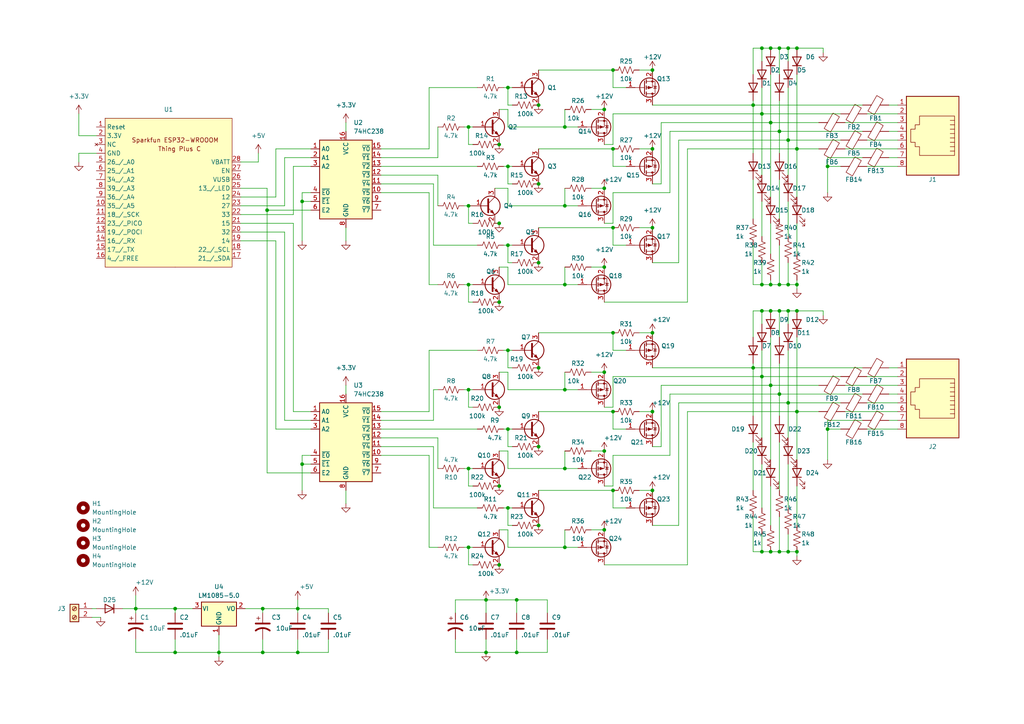
<source format=kicad_sch>
(kicad_sch (version 20231120) (generator "eeschema") (generator_version "8.0")
  (paper "A4")
  (title_block (title "Coax Controller") (date "2024-02-02") (rev "1") (company "W0ZC"))
  (junction (at 149.86 173.99))
  (junction (at 76.2 176.53))
  (junction (at 231.14 90.17))
  (junction (at 163.83 59.69))
  (junction (at 177.8 96.52))
  (junction (at 189.23 66.04))
  (junction (at 223.52 160.02))
  (junction (at 76.2 189.23))
  (junction (at 149.86 189.23))
  (junction (at 156.21 53.34))
  (junction (at 156.21 129.54))
  (junction (at 147.32 124.46))
  (junction (at 228.6 40.64))
  (junction (at 175.26 54.61))
  (junction (at 175.26 31.75))
  (junction (at 231.14 13.97))
  (junction (at 135.89 82.55))
  (junction (at 220.98 160.02))
  (junction (at 220.98 109.22))
  (junction (at 156.21 76.2))
  (junction (at 223.52 111.76))
  (junction (at 231.14 119.38))
  (junction (at 218.44 30.48))
  (junction (at 223.52 90.17))
  (junction (at 50.8 176.53))
  (junction (at 228.6 160.02))
  (junction (at 135.89 113.03))
  (junction (at 223.52 82.55))
  (junction (at 189.23 142.24))
  (junction (at 63.5 189.23))
  (junction (at 87.63 134.62))
  (junction (at 147.32 48.26))
  (junction (at 86.36 176.53))
  (junction (at 77.47 60.96))
  (junction (at 156.21 106.68))
  (junction (at 189.23 43.18))
  (junction (at 163.83 36.83))
  (junction (at 156.21 152.4))
  (junction (at 175.26 130.81))
  (junction (at 135.89 135.89))
  (junction (at 86.36 189.23))
  (junction (at 223.52 13.97))
  (junction (at 144.78 118.11))
  (junction (at 226.06 38.1))
  (junction (at 50.8 189.23))
  (junction (at 156.21 30.48))
  (junction (at 231.14 160.02))
  (junction (at 177.8 66.04))
  (junction (at 175.26 77.47))
  (junction (at 228.6 90.17))
  (junction (at 226.06 160.02))
  (junction (at 163.83 158.75))
  (junction (at 135.89 36.83))
  (junction (at 39.37 176.53))
  (junction (at 218.44 106.68))
  (junction (at 144.78 64.77))
  (junction (at 226.06 114.3))
  (junction (at 175.26 153.67))
  (junction (at 189.23 119.38))
  (junction (at 220.98 90.17))
  (junction (at 226.06 90.17))
  (junction (at 220.98 33.02))
  (junction (at 87.63 58.42))
  (junction (at 163.83 113.03))
  (junction (at 220.98 82.55))
  (junction (at 189.23 96.52))
  (junction (at 177.8 20.32))
  (junction (at 226.06 82.55))
  (junction (at 223.52 35.56))
  (junction (at 144.78 163.83))
  (junction (at 240.03 124.46))
  (junction (at 163.83 82.55))
  (junction (at 220.98 13.97))
  (junction (at 231.14 43.18))
  (junction (at 147.32 101.6))
  (junction (at 144.78 87.63))
  (junction (at 163.83 135.89))
  (junction (at 228.6 82.55))
  (junction (at 140.97 189.23))
  (junction (at 140.97 173.99))
  (junction (at 228.6 13.97))
  (junction (at 240.03 48.26))
  (junction (at 135.89 158.75))
  (junction (at 175.26 107.95))
  (junction (at 144.78 41.91))
  (junction (at 228.6 116.84))
  (junction (at 177.8 119.38))
  (junction (at 231.14 82.55))
  (junction (at 177.8 43.18))
  (junction (at 177.8 142.24))
  (junction (at 144.78 140.97))
  (junction (at 226.06 13.97))
  (junction (at 189.23 20.32))
  (junction (at 147.32 25.4))
  (junction (at 135.89 59.69))
  (junction (at 147.32 71.12))
  (junction (at 147.32 147.32))
  (wire (pts (xy 147.32 82.55) (xy 163.83 82.55)))
  (wire (pts (xy 257.81 38.1) (xy 260.35 38.1)))
  (wire (pts (xy 189.23 21.59) (xy 189.23 20.32)))
  (wire (pts (xy 220.98 33.02) (xy 177.8 33.02)))
  (wire (pts (xy 135.89 118.11) (xy 137.16 118.11)))
  (wire (pts (xy 223.52 160.02) (xy 226.06 160.02)))
  (wire (pts (xy 135.89 163.83) (xy 137.16 163.83)))
  (wire (pts (xy 147.32 124.46) (xy 148.59 124.46)))
  (wire (pts (xy 69.85 54.61) (xy 77.47 54.61)))
  (wire (pts (xy 100.33 35.56) (xy 100.33 38.1)))
  (wire (pts (xy 147.32 113.03) (xy 147.32 107.95)))
  (wire (pts (xy 125.73 147.32) (xy 125.73 129.54)))
  (wire (pts (xy 55.88 176.53) (xy 50.8 176.53)))
  (wire (pts (xy 143.51 64.77) (xy 144.78 64.77)))
  (wire (pts (xy 243.84 33.02) (xy 220.98 33.02)))
  (wire (pts (xy 199.39 163.83) (xy 175.26 163.83)))
  (wire (pts (xy 85.09 62.23) (xy 85.09 48.26)))
  (wire (pts (xy 156.21 142.24) (xy 177.8 142.24)))
  (wire (pts (xy 127 36.83) (xy 127 45.72)))
  (wire (pts (xy 163.83 107.95) (xy 163.83 113.03)))
  (wire (pts (xy 86.36 176.53) (xy 86.36 177.8)))
  (wire (pts (xy 124.46 82.55) (xy 127 82.55)))
  (wire (pts (xy 218.44 52.07) (xy 218.44 63.5)))
  (wire (pts (xy 175.26 33.02) (xy 175.26 31.75)))
  (wire (pts (xy 240.03 45.72) (xy 250.19 45.72)))
  (wire (pts (xy 218.44 21.59) (xy 218.44 13.97)))
  (wire (pts (xy 147.32 101.6) (xy 147.32 106.68)))
  (wire (pts (xy 171.45 130.81) (xy 175.26 130.81)))
  (wire (pts (xy 191.77 111.76) (xy 191.77 129.54)))
  (wire (pts (xy 251.46 48.26) (xy 260.35 48.26)))
  (wire (pts (xy 177.8 124.46) (xy 181.61 124.46)))
  (wire (pts (xy 177.8 119.38) (xy 177.8 124.46)))
  (wire (pts (xy 220.98 58.42) (xy 220.98 68.58)))
  (wire (pts (xy 240.03 55.88) (xy 240.03 48.26)))
  (wire (pts (xy 127 113.03) (xy 125.73 113.03)))
  (wire (pts (xy 243.84 40.64) (xy 228.6 40.64)))
  (wire (pts (xy 171.45 54.61) (xy 175.26 54.61)))
  (wire (pts (xy 223.52 82.55) (xy 223.52 81.28)))
  (wire (pts (xy 76.2 189.23) (xy 63.5 189.23)))
  (wire (pts (xy 237.49 35.56) (xy 223.52 35.56)))
  (wire (pts (xy 218.44 13.97) (xy 220.98 13.97)))
  (wire (pts (xy 147.32 152.4) (xy 148.59 152.4)))
  (wire (pts (xy 140.97 185.42) (xy 140.97 189.23)))
  (wire (pts (xy 132.08 173.99) (xy 140.97 173.99)))
  (wire (pts (xy 149.86 173.99) (xy 149.86 177.8)))
  (wire (pts (xy 147.32 153.67) (xy 144.78 153.67)))
  (wire (pts (xy 95.25 185.42) (xy 95.25 189.23)))
  (wire (pts (xy 218.44 82.55) (xy 220.98 82.55)))
  (wire (pts (xy 158.75 173.99) (xy 149.86 173.99)))
  (wire (pts (xy 177.8 96.52) (xy 177.8 101.6)))
  (wire (pts (xy 156.21 96.52) (xy 177.8 96.52)))
  (wire (pts (xy 86.36 173.99) (xy 86.36 176.53)))
  (wire (pts (xy 231.14 82.55) (xy 231.14 81.28)))
  (wire (pts (xy 76.2 176.53) (xy 86.36 176.53)))
  (wire (pts (xy 147.32 101.6) (xy 148.59 101.6)))
  (wire (pts (xy 110.49 48.26) (xy 138.43 48.26)))
  (wire (pts (xy 220.98 33.02) (xy 220.98 50.8)))
  (wire (pts (xy 177.8 142.24) (xy 177.8 147.32)))
  (wire (pts (xy 132.08 177.8) (xy 132.08 173.99)))
  (wire (pts (xy 125.73 121.92) (xy 110.49 121.92)))
  (wire (pts (xy 87.63 58.42) (xy 90.17 58.42)))
  (wire (pts (xy 220.98 109.22) (xy 243.84 109.22)))
  (wire (pts (xy 80.01 69.85) (xy 80.01 124.46)))
  (wire (pts (xy 132.08 189.23) (xy 140.97 189.23)))
  (wire (pts (xy 71.12 176.53) (xy 76.2 176.53)))
  (wire (pts (xy 231.14 119.38) (xy 237.49 119.38)))
  (wire (pts (xy 127 127) (xy 110.49 127)))
  (wire (pts (xy 240.03 48.26) (xy 240.03 45.72)))
  (wire (pts (xy 220.98 13.97) (xy 223.52 13.97)))
  (wire (pts (xy 177.8 55.88) (xy 177.8 64.77)))
  (wire (pts (xy 140.97 173.99) (xy 140.97 177.8)))
  (wire (pts (xy 177.8 147.32) (xy 181.61 147.32)))
  (wire (pts (xy 177.8 109.22) (xy 177.8 118.11)))
  (wire (pts (xy 238.76 90.17) (xy 238.76 91.44)))
  (wire (pts (xy 163.83 36.83) (xy 167.64 36.83)))
  (wire (pts (xy 77.47 54.61) (xy 77.47 60.96)))
  (wire (pts (xy 135.89 82.55) (xy 135.89 87.63)))
  (wire (pts (xy 189.23 106.68) (xy 218.44 106.68)))
  (wire (pts (xy 163.83 59.69) (xy 167.64 59.69)))
  (wire (pts (xy 147.32 48.26) (xy 148.59 48.26)))
  (wire (pts (xy 223.52 140.97) (xy 223.52 152.4)))
  (wire (pts (xy 251.46 109.22) (xy 260.35 109.22)))
  (wire (pts (xy 163.83 113.03) (xy 167.64 113.03)))
  (wire (pts (xy 228.6 134.62) (xy 228.6 147.32)))
  (wire (pts (xy 147.32 135.89) (xy 147.32 130.81)))
  (wire (pts (xy 196.85 116.84) (xy 196.85 152.4)))
  (wire (pts (xy 220.98 90.17) (xy 223.52 90.17)))
  (wire (pts (xy 138.43 71.12) (xy 125.73 71.12)))
  (wire (pts (xy 231.14 64.77) (xy 231.14 73.66)))
  (wire (pts (xy 257.81 30.48) (xy 260.35 30.48)))
  (wire (pts (xy 82.55 45.72) (xy 90.17 45.72)))
  (wire (pts (xy 39.37 172.72) (xy 39.37 176.53)))
  (wire (pts (xy 147.32 25.4) (xy 148.59 25.4)))
  (wire (pts (xy 226.06 13.97) (xy 228.6 13.97)))
  (wire (pts (xy 199.39 43.18) (xy 199.39 87.63)))
  (wire (pts (xy 189.23 30.48) (xy 218.44 30.48)))
  (wire (pts (xy 220.98 25.4) (xy 220.98 33.02)))
  (wire (pts (xy 134.62 113.03) (xy 135.89 113.03)))
  (wire (pts (xy 218.44 160.02) (xy 220.98 160.02)))
  (wire (pts (xy 156.21 119.38) (xy 177.8 119.38)))
  (wire (pts (xy 251.46 116.84) (xy 260.35 116.84)))
  (wire (pts (xy 124.46 158.75) (xy 124.46 132.08)))
  (wire (pts (xy 189.23 43.18) (xy 185.42 43.18)))
  (wire (pts (xy 163.83 77.47) (xy 163.83 82.55)))
  (wire (pts (xy 134.62 135.89) (xy 135.89 135.89)))
  (wire (pts (xy 226.06 90.17) (xy 226.06 97.79)))
  (wire (pts (xy 100.33 142.24) (xy 100.33 146.05)))
  (wire (pts (xy 147.32 129.54) (xy 148.59 129.54)))
  (wire (pts (xy 110.49 124.46) (xy 138.43 124.46)))
  (wire (pts (xy 147.32 158.75) (xy 147.32 153.67)))
  (wire (pts (xy 177.8 25.4) (xy 181.61 25.4)))
  (wire (pts (xy 189.23 97.79) (xy 189.23 96.52)))
  (wire (pts (xy 95.25 189.23) (xy 86.36 189.23)))
  (wire (pts (xy 124.46 43.18) (xy 124.46 25.4)))
  (wire (pts (xy 196.85 152.4) (xy 189.23 152.4)))
  (wire (pts (xy 220.98 160.02) (xy 220.98 154.94)))
  (wire (pts (xy 149.86 185.42) (xy 149.86 189.23)))
  (wire (pts (xy 196.85 40.64) (xy 196.85 76.2)))
  (wire (pts (xy 175.26 154.94) (xy 175.26 153.67)))
  (wire (pts (xy 226.06 38.1) (xy 226.06 44.45)))
  (wire (pts (xy 135.89 64.77) (xy 137.16 64.77)))
  (wire (pts (xy 177.8 66.04) (xy 177.8 71.12)))
  (wire (pts (xy 147.32 48.26) (xy 147.32 53.34)))
  (wire (pts (xy 125.73 53.34) (xy 110.49 53.34)))
  (wire (pts (xy 135.89 59.69) (xy 135.89 64.77)))
  (wire (pts (xy 220.98 101.6) (xy 220.98 109.22)))
  (wire (pts (xy 147.32 77.47) (xy 144.78 77.47)))
  (wire (pts (xy 185.42 142.24) (xy 189.23 142.24)))
  (wire (pts (xy 226.06 114.3) (xy 226.06 120.65)))
  (wire (pts (xy 147.32 53.34) (xy 148.59 53.34)))
  (wire (pts (xy 125.73 129.54) (xy 110.49 129.54)))
  (wire (pts (xy 223.52 82.55) (xy 226.06 82.55)))
  (wire (pts (xy 147.32 113.03) (xy 163.83 113.03)))
  (wire (pts (xy 177.8 43.18) (xy 177.8 48.26)))
  (wire (pts (xy 110.49 43.18) (xy 124.46 43.18)))
  (wire (pts (xy 228.6 25.4) (xy 228.6 40.64)))
  (wire (pts (xy 228.6 160.02) (xy 231.14 160.02)))
  (wire (pts (xy 110.49 55.88) (xy 124.46 55.88)))
  (wire (pts (xy 146.05 124.46) (xy 147.32 124.46)))
  (wire (pts (xy 171.45 31.75) (xy 175.26 31.75)))
  (wire (pts (xy 147.32 107.95) (xy 144.78 107.95)))
  (wire (pts (xy 257.81 121.92) (xy 260.35 121.92)))
  (wire (pts (xy 69.85 64.77) (xy 85.09 64.77)))
  (wire (pts (xy 127 45.72) (xy 110.49 45.72)))
  (wire (pts (xy 245.11 111.76) (xy 260.35 111.76)))
  (wire (pts (xy 226.06 114.3) (xy 250.19 114.3)))
  (wire (pts (xy 147.32 36.83) (xy 163.83 36.83)))
  (wire (pts (xy 220.98 93.98) (xy 220.98 90.17)))
  (wire (pts (xy 257.81 106.68) (xy 260.35 106.68)))
  (wire (pts (xy 140.97 173.99) (xy 149.86 173.99)))
  (wire (pts (xy 147.32 124.46) (xy 147.32 129.54)))
  (wire (pts (xy 147.32 59.69) (xy 147.32 54.61)))
  (wire (pts (xy 218.44 106.68) (xy 218.44 120.65)))
  (wire (pts (xy 228.6 40.64) (xy 228.6 50.8)))
  (wire (pts (xy 135.89 87.63) (xy 137.16 87.63)))
  (wire (pts (xy 39.37 177.8) (xy 39.37 176.53)))
  (wire (pts (xy 228.6 82.55) (xy 228.6 76.2)))
  (wire (pts (xy 218.44 90.17) (xy 220.98 90.17)))
  (wire (pts (xy 228.6 101.6) (xy 228.6 116.84)))
  (wire (pts (xy 87.63 55.88) (xy 87.63 58.42)))
  (wire (pts (xy 69.85 46.99) (xy 74.93 46.99)))
  (wire (pts (xy 220.98 109.22) (xy 220.98 127)))
  (wire (pts (xy 177.8 132.08) (xy 177.8 140.97)))
  (wire (pts (xy 80.01 43.18) (xy 90.17 43.18)))
  (wire (pts (xy 87.63 134.62) (xy 87.63 142.24)))
  (wire (pts (xy 231.14 97.79) (xy 231.14 119.38)))
  (wire (pts (xy 171.45 153.67) (xy 175.26 153.67)))
  (wire (pts (xy 147.32 36.83) (xy 147.32 31.75)))
  (wire (pts (xy 135.89 113.03) (xy 137.16 113.03)))
  (wire (pts (xy 158.75 185.42) (xy 158.75 189.23)))
  (wire (pts (xy 231.14 43.18) (xy 231.14 57.15)))
  (wire (pts (xy 171.45 77.47) (xy 175.26 77.47)))
  (wire (pts (xy 124.46 101.6) (xy 124.46 119.38)))
  (wire (pts (xy 199.39 119.38) (xy 199.39 163.83)))
  (wire (pts (xy 245.11 43.18) (xy 260.35 43.18)))
  (wire (pts (xy 146.05 101.6) (xy 147.32 101.6)))
  (wire (pts (xy 86.36 176.53) (xy 95.25 176.53)))
  (wire (pts (xy 100.33 111.76) (xy 100.33 114.3)))
  (wire (pts (xy 240.03 48.26) (xy 243.84 48.26)))
  (wire (pts (xy 196.85 76.2) (xy 189.23 76.2)))
  (wire (pts (xy 223.52 111.76) (xy 223.52 133.35)))
  (wire (pts (xy 231.14 82.55) (xy 231.14 83.82)))
  (wire (pts (xy 250.19 121.92) (xy 240.03 121.92)))
  (wire (pts (xy 228.6 82.55) (xy 231.14 82.55)))
  (wire (pts (xy 69.85 62.23) (xy 85.09 62.23)))
  (wire (pts (xy 226.06 13.97) (xy 226.06 21.59)))
  (wire (pts (xy 134.62 59.69) (xy 135.89 59.69)))
  (wire (pts (xy 135.89 158.75) (xy 137.16 158.75)))
  (wire (pts (xy 127 135.89) (xy 127 127)))
  (wire (pts (xy 177.8 48.26) (xy 181.61 48.26)))
  (wire (pts (xy 77.47 60.96) (xy 77.47 137.16)))
  (wire (pts (xy 226.06 52.07) (xy 226.06 63.5)))
  (wire (pts (xy 220.98 82.55) (xy 223.52 82.55)))
  (wire (pts (xy 147.32 135.89) (xy 163.83 135.89)))
  (wire (pts (xy 135.89 158.75) (xy 135.89 163.83)))
  (wire (pts (xy 223.52 90.17) (xy 226.06 90.17)))
  (wire (pts (xy 194.31 114.3) (xy 226.06 114.3)))
  (wire (pts (xy 218.44 105.41) (xy 218.44 106.68)))
  (wire (pts (xy 240.03 124.46) (xy 243.84 124.46)))
  (wire (pts (xy 100.33 66.04) (xy 100.33 69.85)))
  (wire (pts (xy 147.32 31.75) (xy 144.78 31.75)))
  (wire (pts (xy 218.44 30.48) (xy 250.19 30.48)))
  (wire (pts (xy 63.5 184.15) (xy 63.5 189.23)))
  (wire (pts (xy 189.23 119.38) (xy 185.42 119.38)))
  (wire (pts (xy 223.52 21.59) (xy 223.52 35.56)))
  (wire (pts (xy 86.36 185.42) (xy 86.36 189.23)))
  (wire (pts (xy 226.06 160.02) (xy 228.6 160.02)))
  (wire (pts (xy 87.63 132.08) (xy 87.63 134.62)))
  (wire (pts (xy 185.42 96.52) (xy 189.23 96.52)))
  (wire (pts (xy 147.32 130.81) (xy 144.78 130.81)))
  (wire (pts (xy 127 158.75) (xy 124.46 158.75)))
  (wire (pts (xy 177.8 101.6) (xy 181.61 101.6)))
  (wire (pts (xy 223.52 64.77) (xy 223.52 73.66)))
  (wire (pts (xy 171.45 107.95) (xy 175.26 107.95)))
  (wire (pts (xy 147.32 54.61) (xy 143.51 54.61)))
  (wire (pts (xy 231.14 43.18) (xy 199.39 43.18)))
  (wire (pts (xy 228.6 90.17) (xy 231.14 90.17)))
  (wire (pts (xy 82.55 59.69) (xy 82.55 45.72)))
  (wire (pts (xy 223.52 35.56) (xy 223.52 57.15)))
  (wire (pts (xy 147.32 158.75) (xy 163.83 158.75)))
  (wire (pts (xy 199.39 87.63) (xy 175.26 87.63)))
  (wire (pts (xy 240.03 121.92) (xy 240.03 124.46)))
  (wire (pts (xy 231.14 140.97) (xy 231.14 152.4)))
  (wire (pts (xy 29.21 179.07) (xy 26.67 179.07)))
  (wire (pts (xy 125.73 113.03) (xy 125.73 121.92)))
  (wire (pts (xy 218.44 82.55) (xy 218.44 71.12)))
  (wire (pts (xy 257.81 45.72) (xy 260.35 45.72)))
  (wire (pts (xy 134.62 36.83) (xy 135.89 36.83)))
  (wire (pts (xy 147.32 59.69) (xy 163.83 59.69)))
  (wire (pts (xy 147.32 106.68) (xy 148.59 106.68)))
  (wire (pts (xy 228.6 13.97) (xy 228.6 17.78)))
  (wire (pts (xy 231.14 21.59) (xy 231.14 43.18)))
  (wire (pts (xy 191.77 35.56) (xy 191.77 53.34)))
  (wire (pts (xy 135.89 82.55) (xy 137.16 82.55)))
  (wire (pts (xy 135.89 135.89) (xy 137.16 135.89)))
  (wire (pts (xy 127 50.8) (xy 127 59.69)))
  (wire (pts (xy 90.17 132.08) (xy 87.63 132.08)))
  (wire (pts (xy 85.09 64.77) (xy 85.09 119.38)))
  (wire (pts (xy 85.09 119.38) (xy 90.17 119.38)))
  (wire (pts (xy 147.32 147.32) (xy 147.32 152.4)))
  (wire (pts (xy 257.81 114.3) (xy 260.35 114.3)))
  (wire (pts (xy 138.43 101.6) (xy 124.46 101.6)))
  (wire (pts (xy 163.83 135.89) (xy 167.64 135.89)))
  (wire (pts (xy 149.86 189.23) (xy 140.97 189.23)))
  (wire (pts (xy 218.44 30.48) (xy 218.44 44.45)))
  (wire (pts (xy 80.01 57.15) (xy 80.01 43.18)))
  (wire (pts (xy 177.8 109.22) (xy 220.98 109.22)))
  (wire (pts (xy 146.05 147.32) (xy 147.32 147.32)))
  (wire (pts (xy 240.03 124.46) (xy 240.03 133.35)))
  (wire (pts (xy 50.8 176.53) (xy 39.37 176.53)))
  (wire (pts (xy 231.14 90.17) (xy 238.76 90.17)))
  (wire (pts (xy 191.77 129.54) (xy 189.23 129.54)))
  (wire (pts (xy 147.32 25.4) (xy 147.32 30.48)))
  (wire (pts (xy 69.85 67.31) (xy 82.55 67.31)))
  (wire (pts (xy 226.06 82.55) (xy 226.06 71.12)))
  (wire (pts (xy 177.8 71.12) (xy 181.61 71.12)))
  (wire (pts (xy 124.46 119.38) (xy 110.49 119.38)))
  (wire (pts (xy 146.05 71.12) (xy 147.32 71.12)))
  (wire (pts (xy 238.76 13.97) (xy 238.76 15.24)))
  (wire (pts (xy 220.98 134.62) (xy 220.98 147.32)))
  (wire (pts (xy 39.37 189.23) (xy 50.8 189.23)))
  (wire (pts (xy 194.31 132.08) (xy 177.8 132.08)))
  (wire (pts (xy 226.06 128.27) (xy 226.06 142.24)))
  (wire (pts (xy 158.75 189.23) (xy 149.86 189.23)))
  (wire (pts (xy 163.83 158.75) (xy 167.64 158.75)))
  (wire (pts (xy 27.94 44.45) (xy 22.86 44.45)))
  (wire (pts (xy 156.21 43.18) (xy 177.8 43.18)))
  (wire (pts (xy 76.2 185.42) (xy 76.2 189.23)))
  (wire (pts (xy 156.21 66.04) (xy 177.8 66.04)))
  (wire (pts (xy 218.44 97.79) (xy 218.44 90.17)))
  (wire (pts (xy 135.89 140.97) (xy 137.16 140.97)))
  (wire (pts (xy 223.52 35.56) (xy 191.77 35.56)))
  (wire (pts (xy 191.77 53.34) (xy 189.23 53.34)))
  (wire (pts (xy 22.86 33.02) (xy 22.86 39.37)))
  (wire (pts (xy 177.8 20.32) (xy 177.8 25.4)))
  (wire (pts (xy 223.52 111.76) (xy 237.49 111.76)))
  (wire (pts (xy 231.14 160.02) (xy 231.14 161.29)))
  (wire (pts (xy 135.89 41.91) (xy 137.16 41.91)))
  (wire (pts (xy 226.06 160.02) (xy 226.06 149.86)))
  (wire (pts (xy 218.44 160.02) (xy 218.44 149.86)))
  (wire (pts (xy 177.8 64.77) (xy 175.26 64.77)))
  (wire (pts (xy 220.98 82.55) (xy 220.98 76.2)))
  (wire (pts (xy 86.36 189.23) (xy 76.2 189.23)))
  (wire (pts (xy 50.8 189.23) (xy 63.5 189.23)))
  (wire (pts (xy 22.86 44.45) (xy 22.86 46.99)))
  (wire (pts (xy 132.08 185.42) (xy 132.08 189.23)))
  (wire (pts (xy 110.49 50.8) (xy 127 50.8)))
  (wire (pts (xy 251.46 40.64) (xy 260.35 40.64)))
  (wire (pts (xy 218.44 29.21) (xy 218.44 30.48)))
  (wire (pts (xy 146.05 48.26) (xy 147.32 48.26)))
  (wire (pts (xy 82.55 121.92) (xy 90.17 121.92)))
  (wire (pts (xy 135.89 36.83) (xy 135.89 41.91)))
  (wire (pts (xy 134.62 82.55) (xy 135.89 82.55)))
  (wire (pts (xy 39.37 176.53) (xy 35.56 176.53)))
  (wire (pts (xy 85.09 48.26) (xy 90.17 48.26)))
  (wire (pts (xy 163.83 31.75) (xy 163.83 36.83)))
  (wire (pts (xy 163.83 54.61) (xy 163.83 59.69)))
  (wire (pts (xy 250.19 38.1) (xy 226.06 38.1)))
  (wire (pts (xy 69.85 69.85) (xy 80.01 69.85)))
  (wire (pts (xy 147.32 71.12) (xy 148.59 71.12)))
  (wire (pts (xy 146.05 25.4) (xy 147.32 25.4)))
  (wire (pts (xy 191.77 111.76) (xy 223.52 111.76)))
  (wire (pts (xy 147.32 30.48) (xy 148.59 30.48)))
  (wire (pts (xy 39.37 185.42) (xy 39.37 189.23)))
  (wire (pts (xy 80.01 124.46) (xy 90.17 124.46)))
  (wire (pts (xy 194.31 55.88) (xy 177.8 55.88)))
  (wire (pts (xy 223.52 13.97) (xy 226.06 13.97)))
  (wire (pts (xy 226.06 82.55) (xy 228.6 82.55)))
  (wire (pts (xy 199.39 119.38) (xy 231.14 119.38)))
  (wire (pts (xy 163.83 130.81) (xy 163.83 135.89)))
  (wire (pts (xy 194.31 114.3) (xy 194.31 132.08)))
  (wire (pts (xy 69.85 57.15) (xy 80.01 57.15)))
  (wire (pts (xy 175.26 55.88) (xy 175.26 54.61)))
  (wire (pts (xy 245.11 119.38) (xy 260.35 119.38)))
  (wire (pts (xy 156.21 20.32) (xy 177.8 20.32)))
  (wire (pts (xy 135.89 113.03) (xy 135.89 118.11)))
  (wire (pts (xy 74.93 46.99) (xy 74.93 44.45)))
  (wire (pts (xy 50.8 177.8) (xy 50.8 176.53)))
  (wire (pts (xy 226.06 105.41) (xy 226.06 114.3)))
  (wire (pts (xy 147.32 71.12) (xy 147.32 76.2)))
  (wire (pts (xy 189.23 67.31) (xy 189.23 66.04)))
  (wire (pts (xy 135.89 135.89) (xy 135.89 140.97)))
  (wire (pts (xy 228.6 58.42) (xy 228.6 68.58)))
  (wire (pts (xy 251.46 33.02) (xy 260.35 33.02)))
  (wire (pts (xy 87.63 69.85) (xy 87.63 58.42)))
  (wire (pts (xy 228.6 90.17) (xy 228.6 93.98)))
  (wire (pts (xy 226.06 38.1) (xy 194.31 38.1)))
  (wire (pts (xy 63.5 189.23) (xy 63.5 190.5)))
  (wire (pts (xy 158.75 177.8) (xy 158.75 173.99)))
  (wire (pts (xy 90.17 137.16) (xy 77.47 137.16)))
  (wire (pts (xy 175.26 109.22) (xy 175.26 107.95)))
  (wire (pts (xy 251.46 124.46) (xy 260.35 124.46)))
  (wire (pts (xy 90.17 55.88) (xy 87.63 55.88)))
  (wire (pts (xy 27.94 39.37) (xy 22.86 39.37)))
  (wire (pts (xy 226.06 29.21) (xy 226.06 38.1)))
  (wire (pts (xy 218.44 128.27) (xy 218.44 142.24)))
  (wire (pts (xy 228.6 160.02) (xy 228.6 154.94)))
  (wire (pts (xy 231.14 13.97) (xy 238.76 13.97)))
  (wire (pts (xy 163.83 82.55) (xy 167.64 82.55)))
  (wire (pts (xy 228.6 13.97) (xy 231.14 13.97)))
  (wire (pts (xy 220.98 160.02) (xy 223.52 160.02)))
  (wire (pts (xy 90.17 134.62) (xy 87.63 134.62)))
  (wire (pts (xy 228.6 116.84) (xy 243.84 116.84)))
  (wire (pts (xy 175.26 78.74) (xy 175.26 77.47)))
  (wire (pts (xy 27.94 176.53) (xy 26.67 176.53)))
  (wire (pts (xy 237.49 43.18) (xy 231.14 43.18)))
  (wire (pts (xy 163.83 153.67) (xy 163.83 158.75)))
  (wire (pts (xy 135.89 36.83) (xy 137.16 36.83)))
  (wire (pts (xy 77.47 60.96) (xy 90.17 60.96)))
  (wire (pts (xy 175.26 132.08) (xy 175.26 130.81)))
  (wire (pts (xy 226.06 90.17) (xy 228.6 90.17)))
  (wire (pts (xy 245.11 35.56) (xy 260.35 35.56)))
  (wire (pts (xy 218.44 106.68) (xy 250.19 106.68)))
  (wire (pts (xy 147.32 147.32) (xy 148.59 147.32)))
  (wire (pts (xy 223.52 97.79) (xy 223.52 111.76)))
  (wire (pts (xy 228.6 40.64) (xy 196.85 40.64)))
  (wire (pts (xy 177.8 118.11) (xy 175.26 118.11)))
  (wire (pts (xy 76.2 176.53) (xy 76.2 177.8)))
  (wire (pts (xy 185.42 20.32) (xy 189.23 20.32)))
  (wire (pts (xy 138.43 147.32) (xy 125.73 147.32)))
  (wire (pts (xy 147.32 82.55) (xy 147.32 77.47)))
  (wire (pts (xy 124.46 25.4) (xy 138.43 25.4)))
  (wire (pts (xy 220.98 13.97) (xy 220.98 17.78)))
  (wire (pts (xy 177.8 33.02) (xy 177.8 41.91)))
  (wire (pts (xy 147.32 76.2) (xy 148.59 76.2)))
  (wire (pts (xy 185.42 66.04) (xy 189.23 66.04)))
  (wire (pts (xy 50.8 185.42) (xy 50.8 189.23)))
  (wire (pts (xy 228.6 116.84) (xy 228.6 127)))
  (wire (pts (xy 194.31 38.1) (xy 194.31 55.88)))
  (wire (pts (xy 82.55 67.31) (xy 82.55 121.92)))
  (wire (pts (xy 177.8 41.91) (xy 175.26 41.91)))
  (wire (pts (xy 189.23 143.51) (xy 189.23 142.24)))
  (wire (pts (xy 177.8 140.97) (xy 175.26 140.97)))
  (wire (pts (xy 125.73 71.12) (xy 125.73 53.34)))
  (wire (pts (xy 124.46 55.88) (xy 124.46 82.55)))
  (wire (pts (xy 134.62 158.75) (xy 135.89 158.75)))
  (wire (pts (xy 95.25 177.8) (xy 95.25 176.53)))
  (wire (pts (xy 231.14 119.38) (xy 231.14 133.35)))
  (wire (pts (xy 69.85 59.69) (xy 82.55 59.69)))
  (wire (pts (xy 124.46 132.08) (xy 110.49 132.08)))
  (wire (pts (xy 196.85 116.84) (xy 228.6 116.84)))
  (symbol (lib_id "Device:FerriteBead") (at 241.3 119.38 90) (unit 1)
    (property "Reference" "FB12" (at 241.3 123.19 90))
    (property "Value" "FerriteBead" (effects (hide yes)))
    (property "Footprint" "Inductor_SMD:L_0805_2012Metric_Pad1.05x1.20mm_HandSolder" (effects (hide yes)))
    (property "DigiKey-PN" "240-2411-1-ND" (effects (hide yes)))
  )
  (symbol (lib_id "Transistor_FET:IRLML6402") (at 172.72 59.69 0) (mirror x) (unit 1)
    (property "Reference" "Q16" (at 167.64 62.23 0) (effects (justify left)))
    (property "Value" "DMP2004K-7" (effects (hide yes)))
    (property "Footprint" "Package_TO_SOT_SMD:SOT-23" (effects (hide yes)))
    (property "DigiKey-PN" "DMP2004KDICT-ND" (effects (hide yes)))
  )
  (symbol (lib_id "Device:R_US") (at 181.61 142.24 90) (unit 1)
    (property "Reference" "R35" (at 181.61 139.7 90))
    (property "Value" "10k" (at 181.61 144.78 90))
    (property "Footprint" "Resistor_SMD:R_0805_2012Metric_Pad1.20x1.40mm_HandSolder" (effects (hide yes)))
    (property "DigiKey-PN" "311-10.0KCRCT-ND" (effects (hide yes)))
  )
  (symbol (lib_id "Device:R_US") (at 140.97 140.97 270) (unit 1)
    (property "Reference" "R22" (at 138.43 138.43 90))
    (property "Value" "100k" (at 138.43 143.51 90))
    (property "Footprint" "Resistor_SMD:R_0805_2012Metric_Pad1.20x1.40mm_HandSolder" (effects (hide yes)))
    (property "DigiKey-PN" "311-100KARCT-ND" (effects (hide yes)))
  )
  (symbol (lib_id "power:+3.3V") (at 140.97 173.99 0) (unit 1)
    (property "Reference" "#PWR032" (effects (hide yes)))
    (property "Value" "+3.3V" (at 144.78 171.45 0))
  )
  (symbol (lib_id "power:GND") (at 87.63 69.85 0) (unit 1)
    (property "Reference" "#PWR031" (effects (hide yes)))
    (property "Value" "GND" (effects (hide yes)))
  )
  (symbol (lib_id "Device:LED") (at 231.14 60.96 90) (unit 1)
    (property "Reference" "D18" (at 232.41 60.96 90) (effects (justify right)))
    (property "Value" "LED" (effects (hide yes)))
    (property "Footprint" "Diode_SMD:D_0805_2012Metric_Pad1.15x1.40mm_HandSolder" (effects (hide yes)))
    (property "DigiKey-PN" "732-4985-1-ND" (effects (hide yes)))
  )
  (symbol (lib_id "Transistor_FET:IRLML6402") (at 186.69 48.26 0) (mirror x) (unit 1)
    (property "Reference" "Q15" (at 181.61 50.8 0) (effects (justify left)))
    (property "Value" "DMP2004K-7" (effects (hide yes)))
    (property "Footprint" "Package_TO_SOT_SMD:SOT-23" (effects (hide yes)))
    (property "DigiKey-PN" "DMP2004KDICT-ND" (effects (hide yes)))
  )
  (symbol (lib_id "Device:FerriteBead") (at 254 38.1 90) (unit 1)
    (property "Reference" "FB4" (at 254 41.91 90))
    (property "Value" "FerriteBead" (effects (hide yes)))
    (property "Footprint" "Inductor_SMD:L_0805_2012Metric_Pad1.05x1.20mm_HandSolder" (effects (hide yes)))
    (property "DigiKey-PN" "240-2411-1-ND" (effects (hide yes)))
  )
  (symbol (lib_id "power:GND") (at 231.14 161.29 0) (unit 1)
    (property "Reference" "#PWR048" (effects (hide yes)))
    (property "Value" "GND" (effects (hide yes)))
  )
  (symbol (lib_id "power:+12V") (at 189.23 119.38 0) (unit 1)
    (property "Reference" "#PWR012" (effects (hide yes)))
    (property "Value" "+12V" (at 191.77 116.84 0))
  )
  (symbol (lib_id "Transistor_BJT:MMBT3904") (at 142.24 135.89 0) (unit 1)
    (property "Reference" "Q10" (at 138.43 132.08 0) (effects (justify left)))
    (property "Value" "MMBT3904" (effects (hide yes)))
    (property "Footprint" "Package_TO_SOT_SMD:SOT-23" (effects (hide yes)))
    (property "Datasheet" "https://www.onsemi.com/pdf/datasheet/pzt3904-d.pdf" (effects (hide yes)))
    (property "DigiKey-PN" "MMBT3904TPMSCT-ND" (effects (hide yes)))
  )
  (symbol (lib_id "power:+5V") (at 74.93 44.45 0) (unit 1)
    (property "Reference" "#PWR028" (effects (hide yes)))
    (property "Value" "+5V" (at 74.93 39.37 0))
  )
  (symbol (lib_id "power:GND") (at 87.63 142.24 0) (unit 1)
    (property "Reference" "#PWR030" (effects (hide yes)))
    (property "Value" "GND" (effects (hide yes)))
  )
  (symbol (lib_id "power:+3.3V") (at 22.86 33.02 0) (unit 1)
    (property "Reference" "#PWR016" (effects (hide yes)))
    (property "Value" "+3.3V" (at 22.86 27.94 0))
  )
  (symbol (lib_id "Transistor_BJT:MMBT3904") (at 140.97 59.69 0) (unit 1)
    (property "Reference" "Q4" (at 146.05 59.69 0) (effects (justify left)))
    (property "Value" "MMBT3904" (effects (hide yes)))
    (property "Footprint" "Package_TO_SOT_SMD:SOT-23" (effects (hide yes)))
    (property "Datasheet" "https://www.onsemi.com/pdf/datasheet/pzt3904-d.pdf" (effects (hide yes)))
    (property "DigiKey-PN" "MMBT3904TPMSCT-ND" (effects (hide yes)))
  )
  (symbol (lib_id "Device:FerriteBead") (at 254 45.72 90) (unit 1)
    (property "Reference" "FB13" (at 254 49.53 90))
    (property "Value" "FerriteBead" (effects (hide yes)))
    (property "Footprint" "Inductor_SMD:L_0805_2012Metric_Pad1.05x1.20mm_HandSolder" (effects (hide yes)))
    (property "DigiKey-PN" "240-2411-1-ND" (effects (hide yes)))
  )
  (symbol (lib_id "Device:R_US") (at 181.61 66.04 90) (unit 1)
    (property "Reference" "R29" (at 181.61 63.5 90))
    (property "Value" "10k" (at 181.61 68.58 90))
    (property "Footprint" "Resistor_SMD:R_0805_2012Metric_Pad1.20x1.40mm_HandSolder" (effects (hide yes)))
    (property "DigiKey-PN" "311-10.0KCRCT-ND" (effects (hide yes)))
  )
  (symbol (lib_id "power:+12V") (at 175.26 130.81 0) (unit 1)
    (property "Reference" "#PWR09" (effects (hide yes)))
    (property "Value" "+12V" (at 177.8 127 0))
  )
  (symbol (lib_id "Device:LED") (at 226.06 124.46 90) (unit 1)
    (property "Reference" "D22" (at 228.6 124.46 90) (effects (justify right)))
    (property "Value" "LED" (effects (hide yes)))
    (property "Footprint" "Diode_SMD:D_0805_2012Metric_Pad1.15x1.40mm_HandSolder" (effects (hide yes)))
    (property "DigiKey-PN" "732-4985-1-ND" (effects (hide yes)))
  )
  (symbol (lib_id "Transistor_BJT:MMBT3904") (at 153.67 71.12 0) (unit 1)
    (property "Reference" "Q5" (at 152.4 67.31 0) (effects (justify left)))
    (property "Value" "MMBT3904" (effects (hide yes)))
    (property "Footprint" "Package_TO_SOT_SMD:SOT-23" (effects (hide yes)))
    (property "Datasheet" "https://www.onsemi.com/pdf/datasheet/pzt3904-d.pdf" (effects (hide yes)))
    (property "DigiKey-PN" "MMBT3904TPMSCT-ND" (effects (hide yes)))
  )
  (symbol (lib_id "Device:C") (at 149.86 181.61 0) (unit 1)
    (property "Reference" "C8" (at 151.13 179.07 0) (effects (justify left)))
    (property "Value" ".01uF" (at 151.13 184.15 0) (effects (justify left)))
    (property "Footprint" "Capacitor_SMD:C_0805_2012Metric_Pad1.18x1.45mm_HandSolder" (effects (hide yes)))
    (property "DigiKey-PN" "C0603C103J5REC7411" (effects (hide yes)))
  )
  (symbol (lib_id "Device:C_Polarized_US") (at 76.2 181.61 0) (unit 1)
    (property "Reference" "C3" (at 78.74 179.07 0) (effects (justify left)))
    (property "Value" "10uF" (at 80.01 182.245 0) (effects (justify left)))
    (property "Footprint" "Capacitor_SMD:CP_Elec_4x5.3" (effects (hide yes)))
    (property "DigiKey-PN" "PCE3795CT-ND" (effects (hide yes)))
  )
  (symbol (lib_id "Diode:MRA4007T3G") (at 226.06 25.4 90) (unit 1)
    (property "Reference" "D4" (at 228.6 24.13 90) (effects (justify right)))
    (property "Value" "1N4007" (effects (hide yes)))
    (property "Footprint" "Diode_SMD:D_SOD-123F" (effects (hide yes)))
    (property "Datasheet" "http://www.onsemi.com/pub_link/Collateral/MRA4003T3-D.PDF" (effects (hide yes)))
    (property "Sim.Device" "D" (effects (hide yes)))
    (property "Sim.Pins" "1=K 2=A" (effects (hide yes)))
    (property "DigiKey-PN" "1655-1N4007FLCT-ND" (effects (hide yes)))
  )
  (symbol (lib_id "Device:R_US") (at 223.52 77.47 180) (unit 1)
    (property "Reference" "R39" (at 218.44 76.2 0) (effects (justify right)))
    (property "Value" "1k" (at 218.44 78.74 0) (effects (justify right)))
    (property "Footprint" "Resistor_SMD:R_0805_2012Metric_Pad1.20x1.40mm_HandSolder" (effects (hide yes)))
    (property "DigiKey-PN" "311-1.00KCRCT-ND" (effects (hide yes)))
  )
  (symbol (lib_id "Device:FerriteBead") (at 247.65 33.02 90) (unit 1)
    (property "Reference" "FB2" (at 247.65 36.83 90))
    (property "Value" "FerriteBead" (effects (hide yes)))
    (property "Footprint" "Inductor_SMD:L_0805_2012Metric_Pad1.05x1.20mm_HandSolder" (effects (hide yes)))
    (property "DigiKey-PN" "240-2411-1-ND" (effects (hide yes)))
  )
  (symbol (lib_id "Transistor_BJT:MMBT3904") (at 153.67 147.32 0) (unit 1)
    (property "Reference" "Q11" (at 149.86 143.51 0) (effects (justify left)))
    (property "Value" "MMBT3904" (effects (hide yes)))
    (property "Footprint" "Package_TO_SOT_SMD:SOT-23" (effects (hide yes)))
    (property "Datasheet" "https://www.onsemi.com/pdf/datasheet/pzt3904-d.pdf" (effects (hide yes)))
    (property "DigiKey-PN" "MMBT3904TPMSCT-ND" (effects (hide yes)))
  )
  (symbol (lib_id "Device:R_US") (at 142.24 101.6 90) (unit 1)
    (property "Reference" "R7" (at 142.24 99.06 90))
    (property "Value" "4.7k" (at 142.24 104.14 90))
    (property "Footprint" "Resistor_SMD:R_0805_2012Metric_Pad1.20x1.40mm_HandSolder" (effects (hide yes)))
    (property "DigiKey-PN" "311-4.70KCRCT-ND" (effects (hide yes)))
  )
  (symbol (lib_id "Device:R_US") (at 130.81 158.75 90) (unit 1)
    (property "Reference" "R12" (at 130.81 156.21 90))
    (property "Value" "4.7k" (at 130.81 161.29 90))
    (property "Footprint" "Resistor_SMD:R_0805_2012Metric_Pad1.20x1.40mm_HandSolder" (effects (hide yes)))
    (property "DigiKey-PN" "311-4.70KCRCT-ND" (effects (hide yes)))
  )
  (symbol (lib_id "Transistor_BJT:MMBT3904") (at 153.67 48.26 0) (unit 1)
    (property "Reference" "Q3" (at 158.75 48.26 0) (effects (justify left)))
    (property "Value" "MMBT3904" (effects (hide yes)))
    (property "Footprint" "Package_TO_SOT_SMD:SOT-23" (effects (hide yes)))
    (property "Datasheet" "https://www.onsemi.com/pdf/datasheet/pzt3904-d.pdf" (effects (hide yes)))
    (property "DigiKey-PN" "MMBT3904TPMSCT-ND" (effects (hide yes)))
  )
  (symbol (lib_id "Diode:MRA4007T3G") (at 231.14 17.78 90) (unit 1)
    (property "Reference" "D6" (at 233.68 16.51 90) (effects (justify right)))
    (property "Value" "1N4007" (effects (hide yes)))
    (property "Footprint" "Diode_SMD:D_SOD-123F" (effects (hide yes)))
    (property "Datasheet" "http://www.onsemi.com/pub_link/Collateral/MRA4003T3-D.PDF" (effects (hide yes)))
    (property "Sim.Device" "D" (effects (hide yes)))
    (property "Sim.Pins" "1=K 2=A" (effects (hide yes)))
    (property "DigiKey-PN" "1655-1N4007FLCT-ND" (effects (hide yes)))
  )
  (symbol (lib_id "power:GND") (at 22.86 46.99 0) (unit 1)
    (property "Reference" "#PWR029" (effects (hide yes)))
    (property "Value" "GND" (effects (hide yes)))
  )
  (symbol (lib_id "Device:R_US") (at 228.6 72.39 180) (unit 1)
    (property "Reference" "R41" (at 229.87 71.12 0) (effects (justify right)))
    (property "Value" "1k" (at 229.87 73.66 0) (effects (justify right)))
    (property "Footprint" "Resistor_SMD:R_0805_2012Metric_Pad1.20x1.40mm_HandSolder" (effects (hide yes)))
    (property "DigiKey-PN" "311-1.00KCRCT-ND" (effects (hide yes)))
  )
  (symbol (lib_id "power:GND") (at 156.21 106.68 0) (unit 1)
    (property "Reference" "#PWR043" (effects (hide yes)))
    (property "Value" "GND" (effects (hide yes)))
  )
  (symbol (lib_id "Mechanical:MountingHole") (at 24.13 147.32 0) (unit 1)
    (property "Reference" "H1" (at 26.67 146.05 0) (effects (justify left)))
    (property "Value" "MountingHole" (at 26.67 148.59 0) (effects (justify left)))
    (property "Footprint" "MountingHole:MountingHole_3.2mm_M3" (effects (hide yes)))
  )
  (symbol (lib_id "Device:R_US") (at 226.06 67.31 180) (unit 1)
    (property "Reference" "R40" (at 227.33 66.04 0) (effects (justify right)))
    (property "Value" "1k" (at 227.33 68.58 0) (effects (justify right)))
    (property "Footprint" "Resistor_SMD:R_0805_2012Metric_Pad1.20x1.40mm_HandSolder" (effects (hide yes)))
    (property "DigiKey-PN" "311-1.00KCRCT-ND" (effects (hide yes)))
  )
  (symbol (lib_id "Transistor_FET:IRLML6402") (at 186.69 71.12 0) (mirror x) (unit 1)
    (property "Reference" "Q17" (at 190.5 68.58 0) (effects (justify left)))
    (property "Value" "DMP2004K-7" (effects (hide yes)))
    (property "Footprint" "Package_TO_SOT_SMD:SOT-23" (effects (hide yes)))
    (property "DigiKey-PN" "DMP2004KDICT-ND" (effects (hide yes)))
  )
  (symbol (lib_id "Device:R_US") (at 152.4 129.54 270) (unit 1)
    (property "Reference" "R21" (at 151.13 127 90))
    (property "Value" "100k" (at 152.4 132.08 90))
    (property "Footprint" "Resistor_SMD:R_0805_2012Metric_Pad1.20x1.40mm_HandSolder" (effects (hide yes)))
    (property "DigiKey-PN" "311-100KARCT-ND" (effects (hide yes)))
  )
  (symbol (lib_id "power:GND") (at 144.78 64.77 0) (unit 1)
    (property "Reference" "#PWR037" (effects (hide yes)))
    (property "Value" "GND" (effects (hide yes)))
  )
  (symbol (lib_id "power:+12V") (at 175.26 153.67 0) (unit 1)
    (property "Reference" "#PWR010" (effects (hide yes)))
    (property "Value" "+12V" (at 177.8 151.13 0))
  )
  (symbol (lib_id "power:GND") (at 100.33 69.85 0) (unit 1)
    (property "Reference" "#PWR023" (effects (hide yes)))
    (property "Value" "GND" (effects (hide yes)))
  )
  (symbol (lib_id "Device:C") (at 50.8 181.61 0) (unit 1)
    (property "Reference" "C2" (at 52.07 179.07 0) (effects (justify left)))
    (property "Value" ".01uF" (at 52.07 184.15 0) (effects (justify left)))
    (property "Footprint" "Capacitor_SMD:C_0805_2012Metric_Pad1.18x1.45mm_HandSolder" (effects (hide yes)))
    (property "DigiKey-PN" "C0603C103J5REC7411" (effects (hide yes)))
  )
  (symbol (lib_id "Device:R_US") (at 167.64 153.67 90) (unit 1)
    (property "Reference" "R36" (at 167.64 151.13 90))
    (property "Value" "10k" (at 167.64 156.21 90))
    (property "Footprint" "Resistor_SMD:R_0805_2012Metric_Pad1.20x1.40mm_HandSolder" (effects (hide yes)))
    (property "DigiKey-PN" "311-10.0KCRCT-ND" (effects (hide yes)))
  )
  (symbol (lib_id "power:+12V") (at 189.23 66.04 0) (unit 1)
    (property "Reference" "#PWR06" (effects (hide yes)))
    (property "Value" "+12V" (at 189.23 60.96 0))
  )
  (symbol (lib_id "power:+12V") (at 189.23 96.52 0) (unit 1)
    (property "Reference" "#PWR011" (effects (hide yes)))
    (property "Value" "+12V" (at 191.77 92.71 0))
  )
  (symbol (lib_id "power:GND") (at 144.78 87.63 0) (unit 1)
    (property "Reference" "#PWR039" (effects (hide yes)))
    (property "Value" "GND" (effects (hide yes)))
  )
  (symbol (lib_id "power:GND") (at 156.21 129.54 0) (unit 1)
    (property "Reference" "#PWR044" (effects (hide yes)))
    (property "Value" "GND" (effects (hide yes)))
  )
  (symbol (lib_id "Device:R_US") (at 152.4 30.48 270) (unit 1)
    (property "Reference" "R13" (at 151.13 27.94 90))
    (property "Value" "100k" (at 152.4 33.02 90))
    (property "Footprint" "Resistor_SMD:R_0805_2012Metric_Pad1.20x1.40mm_HandSolder" (effects (hide yes)))
    (property "DigiKey-PN" "311-100KARCT-ND" (effects (hide yes)))
  )
  (symbol (lib_id "Device:R_US") (at 152.4 152.4 270) (unit 1)
    (property "Reference" "R23" (at 149.86 149.86 90))
    (property "Value" "100k" (at 152.4 154.94 90))
    (property "Footprint" "Resistor_SMD:R_0805_2012Metric_Pad1.20x1.40mm_HandSolder" (effects (hide yes)))
    (property "DigiKey-PN" "311-100KARCT-ND" (effects (hide yes)))
  )
  (symbol (lib_id "Device:LED") (at 231.14 137.16 90) (unit 1)
    (property "Reference" "D24" (at 233.68 137.16 90) (effects (justify right)))
    (property "Value" "LED" (effects (hide yes)))
    (property "Footprint" "Diode_SMD:D_0805_2012Metric_Pad1.15x1.40mm_HandSolder" (effects (hide yes)))
    (property "DigiKey-PN" "732-4985-1-ND" (effects (hide yes)))
  )
  (symbol (lib_id "Diode:1N4007") (at 31.75 176.53 0) (mirror y) (unit 1)
    (property "Reference" "D25" (at 31.75 173.99 0))
    (property "Value" "1N4007" (effects (hide yes)))
    (property "Footprint" "Diode_SMD:D_SOD-123F" (effects (hide yes)))
    (property "Datasheet" "http://www.vishay.com/docs/88503/1n4001.pdf" (effects (hide yes)))
    (property "Sim.Device" "D" (effects (hide yes)))
    (property "Sim.Pins" "1=K 2=A" (effects (hide yes)))
    (property "DigiKey-PN" "1655-1N4007FLCT-ND" (effects (hide yes)))
  )
  (symbol (lib_id "Device:R_US") (at 142.24 71.12 90) (unit 1)
    (property "Reference" "R5" (at 142.24 68.58 90))
    (property "Value" "4.7k" (at 142.24 73.66 90))
    (property "Footprint" "Resistor_SMD:R_0805_2012Metric_Pad1.20x1.40mm_HandSolder" (effects (hide yes)))
    (property "DigiKey-PN" "311-4.70KCRCT-ND" (effects (hide yes)))
  )
  (symbol (lib_id "Device:FerriteBead") (at 247.65 48.26 90) (unit 1)
    (property "Reference" "FB14" (at 247.65 52.07 90))
    (property "Value" "FerriteBead" (effects (hide yes)))
    (property "Footprint" "Inductor_SMD:L_0805_2012Metric_Pad1.05x1.20mm_HandSolder" (effects (hide yes)))
    (property "DigiKey-PN" "240-2411-1-ND" (effects (hide yes)))
  )
  (symbol (lib_id "Device:R_US") (at 142.24 25.4 90) (unit 1)
    (property "Reference" "R1" (at 142.24 22.86 90))
    (property "Value" "4.7k" (at 142.24 27.94 90))
    (property "Footprint" "Resistor_SMD:R_0805_2012Metric_Pad1.20x1.40mm_HandSolder" (effects (hide yes)))
    (property "DigiKey-PN" "311-4.70KCRCT-ND" (effects (hide yes)))
  )
  (symbol (lib_id "Diode:MRA4007T3G") (at 226.06 101.6 90) (unit 1)
    (property "Reference" "D10" (at 228.6 100.33 90) (effects (justify right)))
    (property "Value" "1N4007" (effects (hide yes)))
    (property "Footprint" "Diode_SMD:D_SOD-123F" (effects (hide yes)))
    (property "Datasheet" "http://www.onsemi.com/pub_link/Collateral/MRA4003T3-D.PDF" (effects (hide yes)))
    (property "Sim.Device" "D" (effects (hide yes)))
    (property "Sim.Pins" "1=K 2=A" (effects (hide yes)))
    (property "DigiKey-PN" "1655-1N4007FLCT-ND" (effects (hide yes)))
  )
  (symbol (lib_id "Device:FerriteBead") (at 241.3 35.56 90) (unit 1)
    (property "Reference" "FB3" (at 241.3 39.37 90))
    (property "Value" "FerriteBead" (effects (hide yes)))
    (property "Footprint" "Inductor_SMD:L_0805_2012Metric_Pad1.05x1.20mm_HandSolder" (effects (hide yes)))
    (property "DigiKey-PN" "240-2411-1-ND" (effects (hide yes)))
  )
  (symbol (lib_id "Device:R_US") (at 130.81 135.89 90) (unit 1)
    (property "Reference" "R10" (at 130.81 138.43 90))
    (property "Value" "4.7k" (at 130.81 133.35 90))
    (property "Footprint" "Resistor_SMD:R_0805_2012Metric_Pad1.20x1.40mm_HandSolder" (effects (hide yes)))
    (property "DigiKey-PN" "311-4.70KCRCT-ND" (effects (hide yes)))
  )
  (symbol (lib_id "Device:C_Polarized_US") (at 132.08 181.61 0) (unit 1)
    (property "Reference" "C6" (at 133.35 179.07 0) (effects (justify left)))
    (property "Value" "10uF" (at 135.89 182.245 0) (effects (justify left)))
    (property "Footprint" "Capacitor_SMD:CP_Elec_4x5.3" (effects (hide yes)))
    (property "DigiKey-PN" "PCE3795CT-ND" (effects (hide yes)))
  )
  (symbol (lib_id "Device:R_US") (at 167.64 31.75 90) (unit 1)
    (property "Reference" "R26" (at 167.64 29.21 90))
    (property "Value" "10k" (at 166.37 34.29 90))
    (property "Footprint" "Resistor_SMD:R_0805_2012Metric_Pad1.20x1.40mm_HandSolder" (effects (hide yes)))
    (property "DigiKey-PN" "311-10.0KCRCT-ND" (effects (hide yes)))
  )
  (symbol (lib_id "Device:R_US") (at 223.52 156.21 180) (unit 1)
    (property "Reference" "R45" (at 218.44 154.94 0) (effects (justify right)))
    (property "Value" "1k" (at 218.44 157.48 0) (effects (justify right)))
    (property "Footprint" "Resistor_SMD:R_0805_2012Metric_Pad1.20x1.40mm_HandSolder" (effects (hide yes)))
    (property "DigiKey-PN" "311-1.00KCRCT-ND" (effects (hide yes)))
  )
  (symbol (lib_id "Device:FerriteBead") (at 254 30.48 90) (unit 1)
    (property "Reference" "FB1" (at 254 34.29 90))
    (property "Value" "FerriteBead" (effects (hide yes)))
    (property "Footprint" "Inductor_SMD:L_0805_2012Metric_Pad1.05x1.20mm_HandSolder" (effects (hide yes)))
    (property "DigiKey-PN" "240-2411-1-ND" (effects (hide yes)))
  )
  (symbol (lib_id "Device:FerriteBead") (at 254 106.68 90) (unit 1)
    (property "Reference" "FB7" (at 254 110.49 90))
    (property "Value" "FerriteBead" (effects (hide yes)))
    (property "Footprint" "Inductor_SMD:L_0805_2012Metric_Pad1.05x1.20mm_HandSolder" (effects (hide yes)))
    (property "DigiKey-PN" "240-2411-1-ND" (effects (hide yes)))
  )
  (symbol (lib_id "Device:R_US") (at 220.98 72.39 180) (unit 1)
    (property "Reference" "R38" (at 215.9 71.12 0) (effects (justify right)))
    (property "Value" "1k" (at 215.9 73.66 0) (effects (justify right)))
    (property "Footprint" "Resistor_SMD:R_0805_2012Metric_Pad1.20x1.40mm_HandSolder" (effects (hide yes)))
    (property "DigiKey-PN" "311-1.00KCRCT-ND" (effects (hide yes)))
  )
  (symbol (lib_id "Transistor_FET:IRLML6402") (at 186.69 101.6 0) (mirror x) (unit 1)
    (property "Reference" "Q19" (at 191.77 100.33 0) (effects (justify left)))
    (property "Value" "DMP2004K-7" (effects (hide yes)))
    (property "Footprint" "Package_TO_SOT_SMD:SOT-23" (effects (hide yes)))
    (property "DigiKey-PN" "DMP2004KDICT-ND" (effects (hide yes)))
  )
  (symbol (lib_id "Device:LED") (at 228.6 130.81 90) (unit 1)
    (property "Reference" "D23" (at 231.14 130.81 90) (effects (justify right)))
    (property "Value" "LED" (effects (hide yes)))
    (property "Footprint" "Diode_SMD:D_0805_2012Metric_Pad1.15x1.40mm_HandSolder" (effects (hide yes)))
    (property "DigiKey-PN" "732-4985-1-ND" (effects (hide yes)))
  )
  (symbol (lib_id "power:GND") (at 144.78 163.83 0) (unit 1)
    (property "Reference" "#PWR042" (effects (hide yes)))
    (property "Value" "GND" (effects (hide yes)))
  )
  (symbol (lib_id "Mechanical:MountingHole") (at 24.13 157.48 0) (unit 1)
    (property "Reference" "H3" (at 26.67 156.21 0) (effects (justify left)))
    (property "Value" "MountingHole" (at 26.67 158.75 0) (effects (justify left)))
    (property "Footprint" "MountingHole:MountingHole_3.2mm_M3" (effects (hide yes)))
  )
  (symbol (lib_id "Diode:MRA4007T3G") (at 218.44 25.4 90) (unit 1)
    (property "Reference" "D1" (at 220.98 24.13 90) (effects (justify right)))
    (property "Value" "1N4007" (effects (hide yes)))
    (property "Footprint" "Diode_SMD:D_SOD-123F" (effects (hide yes)))
    (property "Datasheet" "http://www.onsemi.com/pub_link/Collateral/MRA4003T3-D.PDF" (effects (hide yes)))
    (property "Sim.Device" "D" (effects (hide yes)))
    (property "Sim.Pins" "1=K 2=A" (effects (hide yes)))
    (property "DigiKey-PN" "1655-1N4007FLCT-ND" (effects (hide yes)))
  )
  (symbol (lib_id "power:GND") (at 140.97 189.23 0) (unit 1)
    (property "Reference" "#PWR033" (effects (hide yes)))
    (property "Value" "GND" (effects (hide yes)))
  )
  (symbol (lib_id "power:+3.3V") (at 100.33 111.76 0) (unit 1)
    (property "Reference" "#PWR018" (effects (hide yes)))
    (property "Value" "+3.3V" (at 100.33 106.68 0))
  )
  (symbol (lib_id "Diode:MRA4007T3G") (at 218.44 101.6 90) (unit 1)
    (property "Reference" "D7" (at 220.98 100.33 90) (effects (justify right)))
    (property "Value" "1N4007" (effects (hide yes)))
    (property "Footprint" "Diode_SMD:D_SOD-123F" (effects (hide yes)))
    (property "Datasheet" "http://www.onsemi.com/pub_link/Collateral/MRA4003T3-D.PDF" (effects (hide yes)))
    (property "Sim.Device" "D" (effects (hide yes)))
    (property "Sim.Pins" "1=K 2=A" (effects (hide yes)))
    (property "DigiKey-PN" "1655-1N4007FLCT-ND" (effects (hide yes)))
  )
  (symbol (lib_id "Device:R_US") (at 226.06 146.05 180) (unit 1)
    (property "Reference" "R46" (at 227.33 144.78 0) (effects (justify right)))
    (property "Value" "1k" (at 227.33 147.32 0) (effects (justify right)))
    (property "Footprint" "Resistor_SMD:R_0805_2012Metric_Pad1.20x1.40mm_HandSolder" (effects (hide yes)))
    (property "DigiKey-PN" "311-1.00KCRCT-ND" (effects (hide yes)))
  )
  (symbol (lib_id "Device:R_US") (at 130.81 36.83 90) (unit 1)
    (property "Reference" "R2" (at 130.81 34.29 90))
    (property "Value" "4.7k" (at 130.81 39.37 90))
    (property "Footprint" "Resistor_SMD:R_0805_2012Metric_Pad1.20x1.40mm_HandSolder" (effects (hide yes)))
    (property "DigiKey-PN" "311-4.70KCRCT-ND" (effects (hide yes)))
  )
  (symbol (lib_id "power:GND") (at 231.14 83.82 0) (unit 1)
    (property "Reference" "#PWR046" (effects (hide yes)))
    (property "Value" "GND" (effects (hide yes)))
  )
  (symbol (lib_id "power:GND") (at 63.5 190.5 0) (unit 1)
    (property "Reference" "#PWR024" (effects (hide yes)))
    (property "Value" "GND" (effects (hide yes)))
  )
  (symbol (lib_id "power:+12V") (at 175.26 54.61 0) (unit 1)
    (property "Reference" "#PWR05" (effects (hide yes)))
    (property "Value" "+12V" (at 177.8 52.07 0))
  )
  (symbol (lib_id "Transistor_BJT:MMBT3904") (at 142.24 158.75 0) (unit 1)
    (property "Reference" "Q12" (at 138.43 154.94 0) (effects (justify left)))
    (property "Value" "MMBT3904" (effects (hide yes)))
    (property "Footprint" "Package_TO_SOT_SMD:SOT-23" (effects (hide yes)))
    (property "Datasheet" "https://www.onsemi.com/pdf/datasheet/pzt3904-d.pdf" (effects (hide yes)))
    (property "DigiKey-PN" "MMBT3904TPMSCT-ND" (effects (hide yes)))
  )
  (symbol (lib_id "power:GND") (at 156.21 76.2 0) (unit 1)
    (property "Reference" "#PWR038" (effects (hide yes)))
    (property "Value" "GND" (effects (hide yes)))
  )
  (symbol (lib_id "Device:R_US") (at 167.64 107.95 90) (unit 1)
    (property "Reference" "R32" (at 167.64 105.41 90))
    (property "Value" "10k" (at 166.37 110.49 90))
    (property "Footprint" "Resistor_SMD:R_0805_2012Metric_Pad1.20x1.40mm_HandSolder" (effects (hide yes)))
    (property "DigiKey-PN" "311-10.0KCRCT-ND" (effects (hide yes)))
  )
  (symbol (lib_id "Device:R_US") (at 140.97 41.91 270) (unit 1)
    (property "Reference" "R14" (at 139.7 39.37 90))
    (property "Value" "100k" (at 138.43 44.45 90))
    (property "Footprint" "Resistor_SMD:R_0805_2012Metric_Pad1.20x1.40mm_HandSolder" (effects (hide yes)))
    (property "DigiKey-PN" "311-100KARCT-ND" (effects (hide yes)))
  )
  (symbol (lib_id "power:GND") (at 156.21 152.4 0) (unit 1)
    (property "Reference" "#PWR045" (effects (hide yes)))
    (property "Value" "GND" (effects (hide yes)))
  )
  (symbol (lib_id "Device:FerriteBead") (at 254 121.92 90) (unit 1)
    (property "Reference" "FB15" (at 254 125.73 90))
    (property "Value" "FerriteBead" (effects (hide yes)))
    (property "Footprint" "Inductor_SMD:L_0805_2012Metric_Pad1.05x1.20mm_HandSolder" (effects (hide yes)))
    (property "DigiKey-PN" "240-2411-1-ND" (effects (hide yes)))
  )
  (symbol (lib_id "Device:R_US") (at 218.44 146.05 180) (unit 1)
    (property "Reference" "R43" (at 213.36 144.78 0) (effects (justify right)))
    (property "Value" "1k" (at 213.36 147.32 0) (effects (justify right)))
    (property "Footprint" "Resistor_SMD:R_0805_2012Metric_Pad1.20x1.40mm_HandSolder" (effects (hide yes)))
    (property "DigiKey-PN" "311-1.00KCRCT-ND" (effects (hide yes)))
  )
  (symbol (lib_id "Device:LED") (at 228.6 54.61 90) (unit 1)
    (property "Reference" "D17" (at 229.87 54.61 90) (effects (justify right)))
    (property "Value" "LED" (effects (hide yes)))
    (property "Footprint" "Diode_SMD:D_0805_2012Metric_Pad1.15x1.40mm_HandSolder" (effects (hide yes)))
    (property "DigiKey-PN" "732-4985-1-ND" (effects (hide yes)))
  )
  (symbol (lib_id "74xx:74HC138") (at 100.33 129.54 0) (unit 1)
    (property "Reference" "U3" (at 102.5241 111.76 0) (effects (justify left)))
    (property "Value" "74HC238" (at 102.5241 114.3 0) (effects (justify left)))
    (property "Footprint" "Package_SO:SOIC-16_3.9x9.9mm_P1.27mm" (effects (hide yes)))
    (property "Datasheet" "http://www.ti.com/lit/ds/symlink/cd74hc238.pdf" (effects (hide yes)))
    (property "DigiKey-PN" "296-9188-5-ND" (effects (hide yes)))
  )
  (symbol (lib_id "power:GND") (at 156.21 53.34 0) (unit 1)
    (property "Reference" "#PWR036" (effects (hide yes)))
    (property "Value" "GND" (effects (hide yes)))
  )
  (symbol (lib_id "Connector:8P8C") (at 270.51 114.3 180) (unit 1)
    (property "Reference" "J2" (at 270.51 129.54 0))
    (property "Value" "8P8C" (effects (hide yes)))
    (property "Footprint" "Connector_RJ:RJ45_Amphenol_54602-x08_Horizontal" (effects (hide yes)))
    (property "DigiKey-PN" "609-1046-ND" (effects (hide yes)))
  )
  (symbol (lib_id "Device:FerriteBead") (at 247.65 109.22 90) (unit 1)
    (property "Reference" "FB8" (at 247.65 113.03 90))
    (property "Value" "FerriteBead" (effects (hide yes)))
    (property "Footprint" "Inductor_SMD:L_0805_2012Metric_Pad1.05x1.20mm_HandSolder" (effects (hide yes)))
    (property "DigiKey-PN" "240-2411-1-ND" (effects (hide yes)))
  )
  (symbol (lib_id "Regulator_Linear:LM1085-5.0") (at 63.5 176.53 0) (unit 1)
    (property "Reference" "U4" (at 63.5 170.18 0))
    (property "Value" "LM1085-5.0" (at 63.5 172.72 0))
    (property "Footprint" "Package_TO_SOT_SMD:TO-263-3_TabPin2" (effects (hide yes)))
    (property "Datasheet" "http://www.ti.com/lit/ds/symlink/lm1085.pdf" (effects (hide yes)))
    (property "DigiKey-PN" "LM1086ISX-5.0/NOPBCT-ND" (effects (hide yes)))
  )
  (symbol (lib_id "74xx:74HC138") (at 100.33 53.34 0) (unit 1)
    (property "Reference" "U2" (at 102.5241 35.56 0) (effects (justify left)))
    (property "Value" "74HC238" (at 102.5241 38.1 0) (effects (justify left)))
    (property "Footprint" "Package_SO:SOIC-16_3.9x9.9mm_P1.27mm" (effects (hide yes)))
    (property "Datasheet" "http://www.ti.com/lit/ds/symlink/cd74hc238.pdf" (effects (hide yes)))
    (property "DigiKey-PN" "296-9188-5-ND" (effects (hide yes)))
  )
  (symbol (lib_id "Device:R_US") (at 140.97 118.11 270) (unit 1)
    (property "Reference" "R20" (at 138.43 115.57 90))
    (property "Value" "100k" (at 138.43 120.65 90))
    (property "Footprint" "Resistor_SMD:R_0805_2012Metric_Pad1.20x1.40mm_HandSolder" (effects (hide yes)))
    (property "DigiKey-PN" "311-100KARCT-ND" (effects (hide yes)))
  )
  (symbol (lib_id "Transistor_BJT:MMBT3904") (at 153.67 101.6 0) (unit 1)
    (property "Reference" "Q7" (at 151.13 97.79 0) (effects (justify left)))
    (property "Value" "MMBT3904" (effects (hide yes)))
    (property "Footprint" "Package_TO_SOT_SMD:SOT-23" (effects (hide yes)))
    (property "Datasheet" "https://www.onsemi.com/pdf/datasheet/pzt3904-d.pdf" (effects (hide yes)))
    (property "DigiKey-PN" "MMBT3904TPMSCT-ND" (effects (hide yes)))
  )
  (symbol (lib_id "Device:C") (at 158.75 181.61 0) (unit 1)
    (property "Reference" "C9" (at 160.02 179.07 0) (effects (justify left)))
    (property "Value" ".01uF" (at 160.02 184.15 0) (effects (justify left)))
    (property "Footprint" "Capacitor_SMD:C_0805_2012Metric_Pad1.18x1.45mm_HandSolder" (effects (hide yes)))
    (property "DigiKey-PN" "C0603C103J5REC7411" (effects (hide yes)))
  )
  (symbol (lib_id "Device:FerriteBead") (at 247.65 40.64 90) (unit 1)
    (property "Reference" "FB5" (at 247.65 44.45 90))
    (property "Value" "FerriteBead" (effects (hide yes)))
    (property "Footprint" "Inductor_SMD:L_0805_2012Metric_Pad1.05x1.20mm_HandSolder" (effects (hide yes)))
    (property "DigiKey-PN" "240-2411-1-ND" (effects (hide yes)))
  )
  (symbol (lib_id "Device:LED") (at 223.52 60.96 90) (unit 1)
    (property "Reference" "D15" (at 224.79 60.96 90) (effects (justify right)))
    (property "Value" "LED" (effects (hide yes)))
    (property "Footprint" "Diode_SMD:D_0805_2012Metric_Pad1.15x1.40mm_HandSolder" (effects (hide yes)))
    (property "DigiKey-PN" "732-4985-1-ND" (effects (hide yes)))
  )
  (symbol (lib_id "Transistor_FET:IRLML6402") (at 172.72 135.89 0) (mirror x) (unit 1)
    (property "Reference" "Q22" (at 167.64 138.43 0) (effects (justify left)))
    (property "Value" "DMP2004K-7" (effects (hide yes)))
    (property "Footprint" "Package_TO_SOT_SMD:SOT-23" (effects (hide yes)))
    (property "DigiKey-PN" "DMP2004KDICT-ND" (effects (hide yes)))
  )
  (symbol (lib_id "power:+12V") (at 189.23 43.18 0) (unit 1)
    (property "Reference" "#PWR04" (effects (hide yes)))
    (property "Value" "+12V" (at 189.23 39.37 0))
  )
  (symbol (lib_id "Device:LED") (at 220.98 130.81 90) (unit 1)
    (property "Reference" "D20" (at 215.9 130.81 90) (effects (justify right)))
    (property "Value" "LED" (effects (hide yes)))
    (property "Footprint" "Diode_SMD:D_0805_2012Metric_Pad1.15x1.40mm_HandSolder" (effects (hide yes)))
    (property "DigiKey-PN" "732-4985-1-ND" (effects (hide yes)))
  )
  (symbol (lib_id "Device:C") (at 95.25 181.61 0) (unit 1)
    (property "Reference" "C5" (at 96.52 179.07 0) (effects (justify left)))
    (property "Value" ".01uF" (at 96.52 184.15 0) (effects (justify left)))
    (property "Footprint" "Capacitor_SMD:C_0805_2012Metric_Pad1.18x1.45mm_HandSolder" (effects (hide yes)))
    (property "DigiKey-PN" "C0603C103J5REC7411" (effects (hide yes)))
  )
  (symbol (lib_id "Device:R_US") (at 181.61 43.18 90) (unit 1)
    (property "Reference" "R27" (at 181.61 40.64 90))
    (property "Value" "10k" (at 181.61 45.72 90))
    (property "Footprint" "Resistor_SMD:R_0805_2012Metric_Pad1.20x1.40mm_HandSolder" (effects (hide yes)))
    (property "DigiKey-PN" "311-10.0KCRCT-ND" (effects (hide yes)))
  )
  (symbol (lib_id "Device:R_US") (at 142.24 48.26 90) (unit 1)
    (property "Reference" "R3" (at 142.24 45.72 90))
    (property "Value" "4.7k" (at 142.24 50.8 90))
    (property "Footprint" "Resistor_SMD:R_0805_2012Metric_Pad1.20x1.40mm_HandSolder" (effects (hide yes)))
    (property "DigiKey-PN" "311-4.70KCRCT-ND" (effects (hide yes)))
  )
  (symbol (lib_id "power:GND") (at 240.03 133.35 0) (unit 1)
    (property "Reference" "#PWR014" (effects (hide yes)))
    (property "Value" "GND" (effects (hide yes)))
  )
  (symbol (lib_id "power:GND") (at 156.21 30.48 0) (unit 1)
    (property "Reference" "#PWR034" (effects (hide yes)))
    (property "Value" "GND" (effects (hide yes)))
  )
  (symbol (lib_id "Transistor_FET:IRLML6402") (at 172.72 36.83 0) (mirror x) (unit 1)
    (property "Reference" "Q14" (at 167.64 38.1 0) (effects (justify left)))
    (property "Value" "DMP2004K-7" (effects (hide yes)))
    (property "Footprint" "Package_TO_SOT_SMD:SOT-23" (effects (hide yes)))
    (property "DigiKey-PN" "DMP2004KDICT-ND" (effects (hide yes)))
  )
  (symbol (lib_id "Device:R_US") (at 152.4 53.34 270) (unit 1)
    (property "Reference" "R15" (at 149.86 50.8 90))
    (property "Value" "100k" (at 152.4 55.88 90))
    (property "Footprint" "Resistor_SMD:R_0805_2012Metric_Pad1.20x1.40mm_HandSolder" (effects (hide yes)))
    (property "DigiKey-PN" "311-100KARCT-ND" (effects (hide yes)))
  )
  (symbol (lib_id "Device:FerriteBead") (at 254 114.3 90) (unit 1)
    (property "Reference" "FB10" (at 254 118.11 90))
    (property "Value" "FerriteBead" (effects (hide yes)))
    (property "Footprint" "Inductor_SMD:L_0805_2012Metric_Pad1.05x1.20mm_HandSolder" (effects (hide yes)))
    (property "DigiKey-PN" "240-2411-1-ND" (effects (hide yes)))
  )
  (symbol (lib_id "Device:C") (at 86.36 181.61 0) (unit 1)
    (property "Reference" "C4" (at 87.63 179.07 0) (effects (justify left)))
    (property "Value" ".01uF" (at 87.63 184.15 0) (effects (justify left)))
    (property "Footprint" "Capacitor_SMD:C_0805_2012Metric_Pad1.18x1.45mm_HandSolder" (effects (hide yes)))
    (property "DigiKey-PN" "C0603C103J5REC7411" (effects (hide yes)))
  )
  (symbol (lib_id "Transistor_BJT:MMBT3904") (at 153.67 124.46 0) (unit 1)
    (property "Reference" "Q9" (at 151.13 120.65 0) (effects (justify left)))
    (property "Value" "MMBT3904" (effects (hide yes)))
    (property "Footprint" "Package_TO_SOT_SMD:SOT-23" (effects (hide yes)))
    (property "Datasheet" "https://www.onsemi.com/pdf/datasheet/pzt3904-d.pdf" (effects (hide yes)))
    (property "DigiKey-PN" "MMBT3904TPMSCT-ND" (effects (hide yes)))
  )
  (symbol (lib_id "Device:LED") (at 226.06 48.26 90) (unit 1)
    (property "Reference" "D16" (at 227.33 48.26 90) (effects (justify right)))
    (property "Value" "LED" (effects (hide yes)))
    (property "Footprint" "Diode_SMD:D_0805_2012Metric_Pad1.15x1.40mm_HandSolder" (effects (hide yes)))
    (property "DigiKey-PN" "732-4985-1-ND" (effects (hide yes)))
  )
  (symbol (lib_id "power:+12V") (at 39.37 172.72 0) (unit 1)
    (property "Reference" "#PWR026" (effects (hide yes)))
    (property "Value" "+12V" (at 41.91 168.91 0))
  )
  (symbol (lib_id "Transistor_BJT:MMBT3904") (at 153.67 25.4 0) (unit 1)
    (property "Reference" "Q1" (at 158.75 25.4 0) (effects (justify left)))
    (property "Value" "MMBT3904" (effects (hide yes)))
    (property "Footprint" "Package_TO_SOT_SMD:SOT-23" (effects (hide yes)))
    (property "Datasheet" "https://www.onsemi.com/pdf/datasheet/pzt3904-d.pdf" (effects (hide yes)))
    (property "DigiKey-PN" "MMBT3904TPMSCT-ND" (effects (hide yes)))
  )
  (symbol (lib_id "Device:FerriteBead") (at 241.3 43.18 90) (unit 1)
    (property "Reference" "FB6" (at 241.3 46.99 90))
    (property "Value" "FerriteBead" (effects (hide yes)))
    (property "Footprint" "Inductor_SMD:L_0805_2012Metric_Pad1.05x1.20mm_HandSolder" (effects (hide yes)))
    (property "DigiKey-PN" "240-2411-1-ND" (effects (hide yes)))
  )
  (symbol (lib_id "Device:R_US") (at 140.97 87.63 270) (unit 1)
    (property "Reference" "R18" (at 138.43 85.09 90))
    (property "Value" "100k" (at 140.97 90.17 90))
    (property "Footprint" "Resistor_SMD:R_0805_2012Metric_Pad1.20x1.40mm_HandSolder" (effects (hide yes)))
    (property "DigiKey-PN" "311-100KARCT-ND" (effects (hide yes)))
  )
  (symbol (lib_id "power:+3.3V") (at 100.33 35.56 0) (unit 1)
    (property "Reference" "#PWR017" (effects (hide yes)))
    (property "Value" "+3.3V" (at 100.33 30.48 0))
  )
  (symbol (lib_id "Device:R_US") (at 228.6 151.13 180) (unit 1)
    (property "Reference" "R47" (at 229.87 149.86 0) (effects (justify right)))
    (property "Value" "1k" (at 229.87 152.4 0) (effects (justify right)))
    (property "Footprint" "Resistor_SMD:R_0805_2012Metric_Pad1.20x1.40mm_HandSolder" (effects (hide yes)))
    (property "DigiKey-PN" "311-1.00KCRCT-ND" (effects (hide yes)))
  )
  (symbol (lib_id "Diode:MRA4007T3G") (at 223.52 93.98 90) (unit 1)
    (property "Reference" "D9" (at 226.06 92.71 90) (effects (justify right)))
    (property "Value" "1N4007" (effects (hide yes)))
    (property "Footprint" "Diode_SMD:D_SOD-123F" (effects (hide yes)))
    (property "Datasheet" "http://www.onsemi.com/pub_link/Collateral/MRA4003T3-D.PDF" (effects (hide yes)))
    (property "Sim.Device" "D" (effects (hide yes)))
    (property "Sim.Pins" "1=K 2=A" (effects (hide yes)))
    (property "DigiKey-PN" "1655-1N4007FLCT-ND" (effects (hide yes)))
  )
  (symbol (lib_id "Device:R_US") (at 130.81 82.55 90) (unit 1)
    (property "Reference" "R6" (at 130.81 80.01 90))
    (property "Value" "4.7k" (at 130.81 85.09 90))
    (property "Footprint" "Resistor_SMD:R_0805_2012Metric_Pad1.20x1.40mm_HandSolder" (effects (hide yes)))
    (property "DigiKey-PN" "311-4.70KCRCT-ND" (effects (hide yes)))
  )
  (symbol (lib_id "power:+12V") (at 175.26 31.75 0) (unit 1)
    (property "Reference" "#PWR03" (effects (hide yes)))
    (property "Value" "+12V" (at 175.26 27.94 0))
  )
  (symbol (lib_id "power:+12V") (at 189.23 20.32 0) (unit 1)
    (property "Reference" "#PWR02" (effects (hide yes)))
    (property "Value" "+12V" (at 189.23 16.51 0))
  )
  (symbol (lib_id "Transistor_FET:IRLML6402") (at 172.72 113.03 0) (mirror x) (unit 1)
    (property "Reference" "Q20" (at 177.8 110.49 0) (effects (justify left)))
    (property "Value" "DMP2004K-7" (effects (hide yes)))
    (property "Footprint" "Package_TO_SOT_SMD:SOT-23" (effects (hide yes)))
    (property "DigiKey-PN" "DMP2004KDICT-ND" (effects (hide yes)))
  )
  (symbol (lib_id "Diode:MRA4007T3G") (at 220.98 97.79 90) (unit 1)
    (property "Reference" "D8" (at 223.52 96.52 90) (effects (justify right)))
    (property "Value" "1N4007" (effects (hide yes)))
    (property "Footprint" "Diode_SMD:D_SOD-123F" (effects (hide yes)))
    (property "Datasheet" "http://www.onsemi.com/pub_link/Collateral/MRA4003T3-D.PDF" (effects (hide yes)))
    (property "Sim.Device" "D" (effects (hide yes)))
    (property "Sim.Pins" "1=K 2=A" (effects (hide yes)))
    (property "DigiKey-PN" "1655-1N4007FLCT-ND" (effects (hide yes)))
  )
  (symbol (lib_id "power:GND") (at 29.21 179.07 0) (unit 1)
    (property "Reference" "#PWR025" (effects (hide yes)))
    (property "Value" "GND" (effects (hide yes)))
  )
  (symbol (lib_id "Device:LED") (at 218.44 48.26 90) (unit 1)
    (property "Reference" "D13" (at 219.71 48.26 90) (effects (justify right)))
    (property "Value" "LED" (effects (hide yes)))
    (property "Footprint" "Diode_SMD:D_0805_2012Metric_Pad1.15x1.40mm_HandSolder" (effects (hide yes)))
    (property "DigiKey-PN" "732-4985-1-ND" (effects (hide yes)))
  )
  (symbol (lib_id "power:+12V") (at 189.23 142.24 0) (unit 1)
    (property "Reference" "#PWR013" (effects (hide yes)))
    (property "Value" "+12V" (at 191.77 138.43 0))
  )
  (symbol (lib_id "Transistor_FET:IRLML6402") (at 186.69 147.32 0) (mirror x) (unit 1)
    (property "Reference" "Q23" (at 190.5 144.78 0) (effects (justify left)))
    (property "Value" "DMP2004K-7" (effects (hide yes)))
    (property "Footprint" "Package_TO_SOT_SMD:SOT-23" (effects (hide yes)))
    (property "DigiKey-PN" "DMP2004KDICT-ND" (effects (hide yes)))
  )
  (symbol (lib_id "Device:FerriteBead") (at 241.3 111.76 90) (unit 1)
    (property "Reference" "FB9" (at 241.3 115.57 90))
    (property "Value" "FerriteBead" (effects (hide yes)))
    (property "Footprint" "Inductor_SMD:L_0805_2012Metric_Pad1.05x1.20mm_HandSolder" (effects (hide yes)))
    (property "DigiKey-PN" "240-2411-1-ND" (effects (hide yes)))
  )
  (symbol (lib_id "Custom DS:Sparkfun_ESP32-WROOM_Thing_Plus_C") (at 35.56 36.83 0) (unit 1)
    (property "Reference" "U1" (at 48.895 31.75 0))
    (property "Value" "~" (at 35.56 36.83 0))
    (property "Footprint" "Custom DS:ESP32-WROOM Thing Plus C" (effects (hide yes)))
    (property "SparkFun-PN" "SPX-18018" (effects (hide yes)))
  )
  (symbol (lib_id "Diode:MRA4007T3G") (at 231.14 93.98 90) (unit 1)
    (property "Reference" "D12" (at 233.68 92.71 90) (effects (justify right)))
    (property "Value" "1N4007" (effects (hide yes)))
    (property "Footprint" "Diode_SMD:D_SOD-123F" (effects (hide yes)))
    (property "Datasheet" "http://www.onsemi.com/pub_link/Collateral/MRA4003T3-D.PDF" (effects (hide yes)))
    (property "Sim.Device" "D" (effects (hide yes)))
    (property "Sim.Pins" "1=K 2=A" (effects (hide yes)))
    (property "DigiKey-PN" "1655-1N4007FLCT-ND" (effects (hide yes)))
  )
  (symbol (lib_id "Device:R_US") (at 142.24 147.32 90) (unit 1)
    (property "Reference" "R11" (at 142.24 144.78 90))
    (property "Value" "4.7k" (at 142.24 149.86 90))
    (property "Footprint" "Resistor_SMD:R_0805_2012Metric_Pad1.20x1.40mm_HandSolder" (effects (hide yes)))
    (property "DigiKey-PN" "311-4.70KCRCT-ND" (effects (hide yes)))
  )
  (symbol (lib_id "Device:R_US") (at 231.14 156.21 180) (unit 1)
    (property "Reference" "R48" (at 232.41 154.94 0) (effects (justify right)))
    (property "Value" "1k" (at 232.41 157.48 0) (effects (justify right)))
    (property "Footprint" "Resistor_SMD:R_0805_2012Metric_Pad1.20x1.40mm_HandSolder" (effects (hide yes)))
    (property "DigiKey-PN" "311-1.00KCRCT-ND" (effects (hide yes)))
  )
  (symbol (lib_id "Device:R_US") (at 140.97 64.77 270) (unit 1)
    (property "Reference" "R16" (at 138.43 62.23 90))
    (property "Value" "100k" (at 140.97 67.31 90))
    (property "Footprint" "Resistor_SMD:R_0805_2012Metric_Pad1.20x1.40mm_HandSolder" (effects (hide yes)))
    (property "DigiKey-PN" "311-100KARCT-ND" (effects (hide yes)))
  )
  (symbol (lib_id "Device:R_US") (at 220.98 151.13 180) (unit 1)
    (property "Reference" "R44" (at 215.9 149.86 0) (effects (justify right)))
    (property "Value" "1k" (at 215.9 152.4 0) (effects (justify right)))
    (property "Footprint" "Resistor_SMD:R_0805_2012Metric_Pad1.20x1.40mm_HandSolder" (effects (hide yes)))
    (property "DigiKey-PN" "311-1.00KCRCT-ND" (effects (hide yes)))
  )
  (symbol (lib_id "power:GND") (at 238.76 91.44 0) (unit 1)
    (property "Reference" "#PWR049" (effects (hide yes)))
    (property "Value" "GND" (effects (hide yes)))
  )
  (symbol (lib_id "Device:R_US") (at 167.64 77.47 90) (unit 1)
    (property "Reference" "R30" (at 167.64 74.93 90))
    (property "Value" "10k" (at 167.64 80.01 90))
    (property "Footprint" "Resistor_SMD:R_0805_2012Metric_Pad1.20x1.40mm_HandSolder" (effects (hide yes)))
    (property "DigiKey-PN" "311-10.0KCRCT-ND" (effects (hide yes)))
  )
  (symbol (lib_id "Device:R_US") (at 181.61 119.38 90) (unit 1)
    (property "Reference" "R33" (at 181.61 116.84 90))
    (property "Value" "10k" (at 181.61 121.92 90))
    (property "Footprint" "Resistor_SMD:R_0805_2012Metric_Pad1.20x1.40mm_HandSolder" (effects (hide yes)))
    (property "DigiKey-PN" "311-10.0KCRCT-ND" (effects (hide yes)))
  )
  (symbol (lib_id "Device:R_US") (at 152.4 106.68 270) (unit 1)
    (property "Reference" "R19" (at 149.86 104.14 90))
    (property "Value" "100k" (at 152.4 109.22 90))
    (property "Footprint" "Resistor_SMD:R_0805_2012Metric_Pad1.20x1.40mm_HandSolder" (effects (hide yes)))
    (property "DigiKey-PN" "311-100KARCT-ND" (effects (hide yes)))
  )
  (symbol (lib_id "Device:LED") (at 220.98 54.61 90) (unit 1)
    (property "Reference" "D14" (at 222.25 54.61 90) (effects (justify right)))
    (property "Value" "LED" (effects (hide yes)))
    (property "Footprint" "Diode_SMD:D_0805_2012Metric_Pad1.15x1.40mm_HandSolder" (effects (hide yes)))
    (property "DigiKey-PN" "732-4985-1-ND" (effects (hide yes)))
  )
  (symbol (lib_id "Diode:MRA4007T3G") (at 228.6 97.79 90) (unit 1)
    (property "Reference" "D11" (at 231.14 96.52 90) (effects (justify right)))
    (property "Value" "1N4007" (effects (hide yes)))
    (property "Footprint" "Diode_SMD:D_SOD-123F" (effects (hide yes)))
    (property "Datasheet" "http://www.onsemi.com/pub_link/Collateral/MRA4003T3-D.PDF" (effects (hide yes)))
    (property "Sim.Device" "D" (effects (hide yes)))
    (property "Sim.Pins" "1=K 2=A" (effects (hide yes)))
    (property "DigiKey-PN" "1655-1N4007FLCT-ND" (effects (hide yes)))
  )
  (symbol (lib_id "Transistor_FET:IRLML6402") (at 186.69 25.4 0) (mirror x) (unit 1)
    (property "Reference" "Q13" (at 190.5 22.86 0) (effects (justify left)))
    (property "Value" "DMP2004K-7" (effects (hide yes)))
    (property "Footprint" "Package_TO_SOT_SMD:SOT-23" (effects (hide yes)))
    (property "DigiKey-PN" "DMP2004KDICT-ND" (effects (hide yes)))
  )
  (symbol (lib_id "Device:C") (at 140.97 181.61 0) (unit 1)
    (property "Reference" "C7" (at 142.24 179.07 0) (effects (justify left)))
    (property "Value" ".01uF" (at 142.24 184.15 0) (effects (justify left)))
    (property "Footprint" "Capacitor_SMD:C_0805_2012Metric_Pad1.18x1.45mm_HandSolder" (effects (hide yes)))
    (property "DigiKey-PN" "C0603C103J5REC7411" (effects (hide yes)))
  )
  (symbol (lib_id "Device:R_US") (at 130.81 113.03 90) (unit 1)
    (property "Reference" "R8" (at 130.81 110.49 90))
    (property "Value" "4.7k" (at 130.81 115.57 90))
    (property "Footprint" "Resistor_SMD:R_0805_2012Metric_Pad1.20x1.40mm_HandSolder" (effects (hide yes)))
    (property "DigiKey-PN" "311-4.70KCRCT-ND" (effects (hide yes)))
  )
  (symbol (lib_id "power:GND") (at 144.78 118.11 0) (unit 1)
    (property "Reference" "#PWR040" (effects (hide yes)))
    (property "Value" "GND" (effects (hide yes)))
  )
  (symbol (lib_id "Connector:Screw_Terminal_01x02") (at 21.59 176.53 0) (mirror y) (unit 1)
    (property "Reference" "J3" (at 19.05 176.53 0) (effects (justify left)))
    (property "Value" "Screw_Terminal_01x02" (effects (hide yes)))
    (property "Footprint" "TerminalBlock_RND:TerminalBlock_RND_205-00001_1x02_P5.00mm_Horizontal" (effects (hide yes)))
    (property "DigiKey-PN" "732-10955-ND" (effects (hide yes)))
  )
  (symbol (lib_id "Device:R_US") (at 142.24 124.46 90) (unit 1)
    (property "Reference" "R9" (at 143.51 121.92 90))
    (property "Value" "4.7k" (at 143.51 127 90))
    (property "Footprint" "Resistor_SMD:R_0805_2012Metric_Pad1.20x1.40mm_HandSolder" (effects (hide yes)))
    (property "DigiKey-PN" "311-4.70KCRCT-ND" (effects (hide yes)))
  )
  (symbol (lib_id "Device:C_Polarized_US") (at 39.37 181.61 0) (unit 1)
    (property "Reference" "C1" (at 40.64 179.07 0) (effects (justify left)))
    (property "Value" "10uF" (at 43.18 182.245 0) (effects (justify left)))
    (property "Footprint" "Capacitor_SMD:CP_Elec_4x5.3" (effects (hide yes)))
    (property "DigiKey-PN" "PCE3795CT-ND" (effects (hide yes)))
  )
  (symbol (lib_id "Device:R_US") (at 181.61 20.32 90) (unit 1)
    (property "Reference" "R25" (at 181.61 17.78 90))
    (property "Value" "10k" (at 181.61 22.86 90))
    (property "Footprint" "Resistor_SMD:R_0805_2012Metric_Pad1.20x1.40mm_HandSolder" (effects (hide yes)))
    (property "DigiKey-PN" "311-10.0KCRCT-ND" (effects (hide yes)))
  )
  (symbol (lib_id "power:GND") (at 144.78 41.91 0) (unit 1)
    (property "Reference" "#PWR035" (effects (hide yes)))
    (property "Value" "GND" (effects (hide yes)))
  )
  (symbol (lib_id "Mechanical:MountingHole") (at 24.13 152.4 0) (unit 1)
    (property "Reference" "H2" (at 26.67 151.13 0) (effects (justify left)))
    (property "Value" "MountingHole" (at 26.67 153.67 0) (effects (justify left)))
    (property "Footprint" "MountingHole:MountingHole_3.2mm_M3" (effects (hide yes)))
  )
  (symbol (lib_id "power:GND") (at 238.76 15.24 0) (unit 1)
    (property "Reference" "#PWR047" (effects (hide yes)))
    (property "Value" "GND" (effects (hide yes)))
  )
  (symbol (lib_id "power:GND") (at 240.03 55.88 0) (unit 1)
    (property "Reference" "#PWR015" (effects (hide yes)))
    (property "Value" "GND" (effects (hide yes)))
  )
  (symbol (lib_id "Device:LED") (at 223.52 137.16 90) (unit 1)
    (property "Reference" "D21" (at 218.44 137.16 90) (effects (justify right)))
    (property "Value" "LED" (effects (hide yes)))
    (property "Footprint" "Diode_SMD:D_0805_2012Metric_Pad1.15x1.40mm_HandSolder" (effects (hide yes)))
    (property "DigiKey-PN" "732-4985-1-ND" (effects (hide yes)))
  )
  (symbol (lib_id "Device:R_US") (at 130.81 59.69 90) (unit 1)
    (property "Reference" "R4" (at 130.81 57.15 90))
    (property "Value" "4.7k" (at 130.81 62.23 90))
    (property "Footprint" "Resistor_SMD:R_0805_2012Metric_Pad1.20x1.40mm_HandSolder" (effects (hide yes)))
    (property "DigiKey-PN" "311-4.70KCRCT-ND" (effects (hide yes)))
  )
  (symbol (lib_id "Transistor_BJT:MMBT3904") (at 142.24 113.03 0) (unit 1)
    (property "Reference" "Q8" (at 139.7 109.22 0) (effects (justify left)))
    (property "Value" "MMBT3904" (effects (hide yes)))
    (property "Footprint" "Package_TO_SOT_SMD:SOT-23" (effects (hide yes)))
    (property "Datasheet" "https://www.onsemi.com/pdf/datasheet/pzt3904-d.pdf" (effects (hide yes)))
    (property "DigiKey-PN" "MMBT3904TPMSCT-ND" (effects (hide yes)))
  )
  (symbol (lib_id "power:+12V") (at 175.26 77.47 0) (unit 1)
    (property "Reference" "#PWR07" (effects (hide yes)))
    (property "Value" "+12V" (at 175.26 72.39 0))
  )
  (symbol (lib_id "Transistor_BJT:MMBT3904") (at 142.24 36.83 0) (unit 1)
    (property "Reference" "Q2" (at 147.32 36.83 0) (effects (justify left)))
    (property "Value" "MMBT3904" (effects (hide yes)))
    (property "Footprint" "Package_TO_SOT_SMD:SOT-23" (effects (hide yes)))
    (property "Datasheet" "https://www.onsemi.com/pdf/datasheet/pzt3904-d.pdf" (effects (hide yes)))
    (property "DigiKey-PN" "MMBT3904TPMSCT-ND" (effects (hide yes)))
  )
  (symbol (lib_id "Transistor_FET:IRLML6402") (at 172.72 82.55 0) (mirror x) (unit 1)
    (property "Reference" "Q18" (at 176.53 80.01 0) (effects (justify left)))
    (property "Value" "DMP2004K-7" (effects (hide yes)))
    (property "Footprint" "Package_TO_SOT_SMD:SOT-23" (effects (hide yes)))
    (property "DigiKey-PN" "DMP2004KDICT-ND" (effects (hide yes)))
  )
  (symbol (lib_id "Diode:MRA4007T3G") (at 223.52 17.78 90) (unit 1)
    (property "Reference" "D3" (at 226.06 16.51 90) (effects (justify right)))
    (property "Value" "1N4007" (effects (hide yes)))
    (property "Footprint" "Diode_SMD:D_SOD-123F" (effects (hide yes)))
    (property "Datasheet" "http://www.onsemi.com/pub_link/Collateral/MRA4003T3-D.PDF" (effects (hide yes)))
    (property "Sim.Device" "D" (effects (hide yes)))
    (property "Sim.Pins" "1=K 2=A" (effects (hide yes)))
    (property "DigiKey-PN" "1655-1N4007FLCT-ND" (effects (hide yes)))
  )
  (symbol (lib_id "Transistor_FET:IRLML6402") (at 186.69 124.46 0) (mirror x) (unit 1)
    (property "Reference" "Q21" (at 182.88 128.27 0) (effects (justify left)))
    (property "Value" "DMP2004K-7" (effects (hide yes)))
    (property "Footprint" "Package_TO_SOT_SMD:SOT-23" (effects (hide yes)))
    (property "DigiKey-PN" "DMP2004KDICT-ND" (effects (hide yes)))
  )
  (symbol (lib_id "Device:LED") (at 218.44 124.46 90) (unit 1)
    (property "Reference" "D19" (at 212.09 124.46 90) (effects (justify right)))
    (property "Value" "LED" (effects (hide yes)))
    (property "Footprint" "Diode_SMD:D_0805_2012Metric_Pad1.15x1.40mm_HandSolder" (effects (hide yes)))
    (property "DigiKey-PN" "732-4985-1-ND" (effects (hide yes)))
  )
  (symbol (lib_id "Device:R_US") (at 218.44 67.31 180) (unit 1)
    (property "Reference" "R37" (at 213.36 66.04 0) (effects (justify right)))
    (property "Value" "1k" (at 213.36 68.58 0) (effects (justify right)))
    (property "Footprint" "Resistor_SMD:R_0805_2012Metric_Pad1.20x1.40mm_HandSolder" (effects (hide yes)))
    (property "DigiKey-PN" "311-1.00KCRCT-ND" (effects (hide yes)))
  )
  (symbol (lib_id "Diode:MRA4007T3G") (at 228.6 21.59 90) (unit 1)
    (property "Reference" "D5" (at 231.14 20.32 90) (effects (justify right)))
    (property "Value" "1N4007" (effects (hide yes)))
    (property "Footprint" "Diode_SMD:D_SOD-123F" (effects (hide yes)))
    (property "Datasheet" "http://www.onsemi.com/pub_link/Collateral/MRA4003T3-D.PDF" (effects (hide yes)))
    (property "Sim.Device" "D" (effects (hide yes)))
    (property "Sim.Pins" "1=K 2=A" (effects (hide yes)))
    (property "DigiKey-PN" "1655-1N4007FLCT-ND" (effects (hide yes)))
  )
  (symbol (lib_id "power:GND") (at 100.33 146.05 0) (unit 1)
    (property "Reference" "#PWR022" (effects (hide yes)))
    (property "Value" "GND" (effects (hide yes)))
  )
  (symbol (lib_id "Device:R_US") (at 152.4 76.2 270) (unit 1)
    (property "Reference" "R17" (at 149.86 73.66 90))
    (property "Value" "100k" (at 152.4 78.74 90))
    (property "Footprint" "Resistor_SMD:R_0805_2012Metric_Pad1.20x1.40mm_HandSolder" (effects (hide yes)))
    (property "DigiKey-PN" "311-100KARCT-ND" (effects (hide yes)))
  )
  (symbol (lib_id "Diode:MRA4007T3G") (at 220.98 21.59 90) (unit 1)
    (property "Reference" "D2" (at 223.52 20.32 90) (effects (justify right)))
    (property "Value" "1N4007" (effects (hide yes)))
    (property "Footprint" "Diode_SMD:D_SOD-123F" (effects (hide yes)))
    (property "Datasheet" "http://www.onsemi.com/pub_link/Collateral/MRA4003T3-D.PDF" (effects (hide yes)))
    (property "Sim.Device" "D" (effects (hide yes)))
    (property "Sim.Pins" "1=K 2=A" (effects (hide yes)))
    (property "DigiKey-PN" "1655-1N4007FLCT-ND" (effects (hide yes)))
  )
  (symbol (lib_id "Device:R_US") (at 181.61 96.52 90) (unit 1)
    (property "Reference" "R31" (at 181.61 93.98 90))
    (property "Value" "10k" (at 181.61 99.06 90))
    (property "Footprint" "Resistor_SMD:R_0805_2012Metric_Pad1.20x1.40mm_HandSolder" (effects (hide yes)))
    (property "DigiKey-PN" "311-10.0KCRCT-ND" (effects (hide yes)))
  )
  (symbol (lib_id "power:GND") (at 144.78 140.97 0) (unit 1)
    (property "Reference" "#PWR041" (effects (hide yes)))
    (property "Value" "GND" (effects (hide yes)))
  )
  (symbol (lib_id "Transistor_FET:IRLML6402") (at 172.72 158.75 0) (mirror x) (unit 1)
    (property "Reference" "Q24" (at 176.53 156.21 0) (effects (justify left)))
    (property "Value" "DMP2004K-7" (effects (hide yes)))
    (property "Footprint" "Package_TO_SOT_SMD:SOT-23" (effects (hide yes)))
    (property "DigiKey-PN" "DMP2004KDICT-ND" (effects (hide yes)))
  )
  (symbol (lib_id "Mechanical:MountingHole") (at 24.13 162.56 0) (unit 1)
    (property "Reference" "H4" (at 26.67 161.29 0) (effects (justify left)))
    (property "Value" "MountingHole" (at 26.67 163.83 0) (effects (justify left)))
    (property "Footprint" "MountingHole:MountingHole_3.2mm_M3" (effects (hide yes)))
  )
  (symbol (lib_id "Transistor_BJT:MMBT3904") (at 142.24 82.55 0) (unit 1)
    (property "Reference" "Q6" (at 140.97 78.74 0) (effects (justify left)))
    (property "Value" "MMBT3904" (effects (hide yes)))
    (property "Footprint" "Package_TO_SOT_SMD:SOT-23" (effects (hide yes)))
    (property "Datasheet" "https://www.onsemi.com/pdf/datasheet/pzt3904-d.pdf" (effects (hide yes)))
    (property "DigiKey-PN" "MMBT3904TPMSCT-ND" (effects (hide yes)))
  )
  (symbol (lib_id "power:+12V") (at 175.26 107.95 0) (unit 1)
    (property "Reference" "#PWR08" (effects (hide yes)))
    (property "Value" "+12V" (at 175.26 102.87 0))
  )
  (symbol (lib_id "Connector:8P8C") (at 270.51 38.1 180) (unit 1)
    (property "Reference" "J1" (at 270.51 52.07 0))
    (property "Value" "8P8C" (effects (hide yes)))
    (property "Footprint" "Connector_RJ:RJ45_Amphenol_54602-x08_Horizontal" (effects (hide yes)))
    (property "DigiKey-PN" "609-1046-ND" (effects (hide yes)))
  )
  (symbol (lib_id "Device:R_US") (at 140.97 163.83 270) (unit 1)
    (property "Reference" "R24" (at 138.43 161.29 90))
    (property "Value" "100k" (at 140.97 166.37 90))
    (property "Footprint" "Resistor_SMD:R_0805_2012Metric_Pad1.20x1.40mm_HandSolder" (effects (hide yes)))
    (property "DigiKey-PN" "311-100KARCT-ND" (effects (hide yes)))
  )
  (symbol (lib_id "power:+5V") (at 86.36 173.99 0) (unit 1)
    (property "Reference" "#PWR027" (effects (hide yes)))
    (property "Value" "+5V" (at 88.9 170.18 0))
  )
  (symbol (lib_id "Device:R_US") (at 231.14 77.47 180) (unit 1)
    (property "Reference" "R42" (at 232.41 76.2 0) (effects (justify right)))
    (property "Value" "1k" (at 232.41 78.74 0) (effects (justify right)))
    (property "Footprint" "Resistor_SMD:R_0805_2012Metric_Pad1.20x1.40mm_HandSolder" (effects (hide yes)))
    (property "DigiKey-PN" "311-1.00KCRCT-ND" (effects (hide yes)))
  )
  (symbol (lib_id "Device:FerriteBead") (at 247.65 124.46 90) (unit 1)
    (property "Reference" "FB16" (at 247.65 128.27 90))
    (property "Value" "FerriteBead" (effects (hide yes)))
    (property "Footprint" "Inductor_SMD:L_0805_2012Metric_Pad1.05x1.20mm_HandSolder" (effects (hide yes)))
    (property "DigiKey-PN" "240-2411-1-ND" (effects (hide yes)))
  )
  (symbol (lib_id "Device:FerriteBead") (at 247.65 116.84 90) (unit 1)
    (property "Reference" "FB11" (at 247.65 120.65 90))
    (property "Value" "FerriteBead" (effects (hide yes)))
    (property "Footprint" "Inductor_SMD:L_0805_2012Metric_Pad1.05x1.20mm_HandSolder" (effects (hide yes)))
    (property "DigiKey-PN" "240-2411-1-ND" (effects (hide yes)))
  )
  (symbol (lib_id "Device:R_US") (at 167.64 130.81 90) (unit 1)
    (property "Reference" "R34" (at 167.64 128.27 90))
    (property "Value" "10k" (at 167.64 133.35 90))
    (property "Footprint" "Resistor_SMD:R_0805_2012Metric_Pad1.20x1.40mm_HandSolder" (effects (hide yes)))
    (property "DigiKey-PN" "311-10.0KCRCT-ND" (effects (hide yes)))
  )
  (symbol (lib_id "Device:R_US") (at 167.64 54.61 90) (unit 1)
    (property "Reference" "R28" (at 167.64 52.07 90))
    (property "Value" "10k" (at 167.64 57.15 90))
    (property "Footprint" "Resistor_SMD:R_0805_2012Metric_Pad1.20x1.40mm_HandSolder" (effects (hide yes)))
    (property "DigiKey-PN" "311-10.0KCRCT-ND" (effects (hide yes)))
  )
)
</source>
